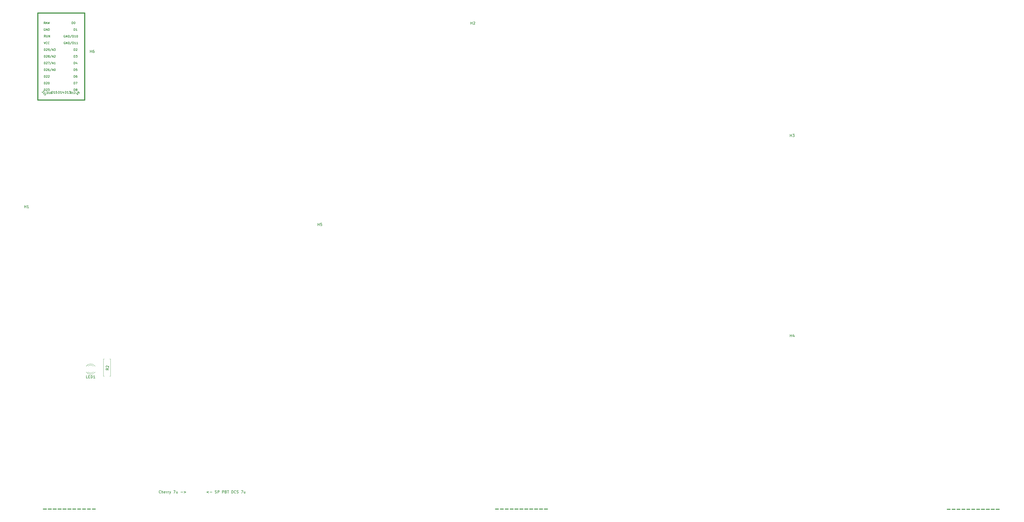
<source format=gbr>
%TF.GenerationSoftware,KiCad,Pcbnew,9.99.0-2510-g416e54f0d5*%
%TF.CreationDate,2026-02-08T14:48:21-05:00*%
%TF.ProjectId,dimension-PCB,64696d65-6e73-4696-9f6e-2d5043422e6b,rev?*%
%TF.SameCoordinates,Original*%
%TF.FileFunction,Legend,Top*%
%TF.FilePolarity,Positive*%
%FSLAX46Y46*%
G04 Gerber Fmt 4.6, Leading zero omitted, Abs format (unit mm)*
G04 Created by KiCad (PCBNEW 9.99.0-2510-g416e54f0d5) date 2026-02-08 14:48:21*
%MOMM*%
%LPD*%
G01*
G04 APERTURE LIST*
%ADD10C,0.300000*%
%ADD11C,0.150000*%
%ADD12C,0.120000*%
%ADD13C,0.381000*%
%ADD14C,1.800000*%
%ADD15C,4.300000*%
%ADD16C,3.987800*%
%ADD17C,3.048000*%
%ADD18C,8.400000*%
%ADD19C,1.750000*%
%ADD20O,1.700000X1.700000*%
%ADD21R,1.700000X1.700000*%
%ADD22O,1.800000X1.800000*%
%ADD23O,1.500000X1.500000*%
%ADD24R,1.800000X1.800000*%
%ADD25C,1.600000*%
%ADD26O,1.600000X1.600000*%
%ADD27R,1.752600X1.752600*%
%ADD28C,1.752600*%
G04 APERTURE END LIST*
D10*
X429065489Y-237949400D02*
X427922632Y-237949400D01*
X427208346Y-237949400D02*
X426065489Y-237949400D01*
X425351203Y-237949400D02*
X424208346Y-237949400D01*
X423494060Y-237949400D02*
X422351203Y-237949400D01*
X421636917Y-237949400D02*
X420494060Y-237949400D01*
X419779774Y-237949400D02*
X418636917Y-237949400D01*
X417922631Y-237949400D02*
X416779774Y-237949400D01*
X416065488Y-237949400D02*
X414922631Y-237949400D01*
X414208345Y-237949400D02*
X413065488Y-237949400D01*
X412351202Y-237949400D02*
X411208345Y-237949400D01*
X410494059Y-237949400D02*
X409351202Y-237949400D01*
X257685489Y-237889400D02*
X256542632Y-237889400D01*
X255828346Y-237889400D02*
X254685489Y-237889400D01*
X253971203Y-237889400D02*
X252828346Y-237889400D01*
X252114060Y-237889400D02*
X250971203Y-237889400D01*
X250256917Y-237889400D02*
X249114060Y-237889400D01*
X248399774Y-237889400D02*
X247256917Y-237889400D01*
X246542631Y-237889400D02*
X245399774Y-237889400D01*
X244685488Y-237889400D02*
X243542631Y-237889400D01*
X242828345Y-237889400D02*
X241685488Y-237889400D01*
X240971202Y-237889400D02*
X239828345Y-237889400D01*
X239114059Y-237889400D02*
X237971202Y-237889400D01*
X86205489Y-237939400D02*
X85062632Y-237939400D01*
X84348346Y-237939400D02*
X83205489Y-237939400D01*
X82491203Y-237939400D02*
X81348346Y-237939400D01*
X80634060Y-237939400D02*
X79491203Y-237939400D01*
X78776917Y-237939400D02*
X77634060Y-237939400D01*
X76919774Y-237939400D02*
X75776917Y-237939400D01*
X75062631Y-237939400D02*
X73919774Y-237939400D01*
X73205488Y-237939400D02*
X72062631Y-237939400D01*
X71348345Y-237939400D02*
X70205488Y-237939400D01*
X69491202Y-237939400D02*
X68348345Y-237939400D01*
X67634059Y-237939400D02*
X66491202Y-237939400D01*
D11*
X129198684Y-231203152D02*
X128436779Y-231488866D01*
X128436779Y-231488866D02*
X129198684Y-231774580D01*
X129674874Y-231488866D02*
X130436779Y-231488866D01*
X131627255Y-231822200D02*
X131770112Y-231869819D01*
X131770112Y-231869819D02*
X132008207Y-231869819D01*
X132008207Y-231869819D02*
X132103445Y-231822200D01*
X132103445Y-231822200D02*
X132151064Y-231774580D01*
X132151064Y-231774580D02*
X132198683Y-231679342D01*
X132198683Y-231679342D02*
X132198683Y-231584104D01*
X132198683Y-231584104D02*
X132151064Y-231488866D01*
X132151064Y-231488866D02*
X132103445Y-231441247D01*
X132103445Y-231441247D02*
X132008207Y-231393628D01*
X132008207Y-231393628D02*
X131817731Y-231346009D01*
X131817731Y-231346009D02*
X131722493Y-231298390D01*
X131722493Y-231298390D02*
X131674874Y-231250771D01*
X131674874Y-231250771D02*
X131627255Y-231155533D01*
X131627255Y-231155533D02*
X131627255Y-231060295D01*
X131627255Y-231060295D02*
X131674874Y-230965057D01*
X131674874Y-230965057D02*
X131722493Y-230917438D01*
X131722493Y-230917438D02*
X131817731Y-230869819D01*
X131817731Y-230869819D02*
X132055826Y-230869819D01*
X132055826Y-230869819D02*
X132198683Y-230917438D01*
X132627255Y-231869819D02*
X132627255Y-230869819D01*
X132627255Y-230869819D02*
X133008207Y-230869819D01*
X133008207Y-230869819D02*
X133103445Y-230917438D01*
X133103445Y-230917438D02*
X133151064Y-230965057D01*
X133151064Y-230965057D02*
X133198683Y-231060295D01*
X133198683Y-231060295D02*
X133198683Y-231203152D01*
X133198683Y-231203152D02*
X133151064Y-231298390D01*
X133151064Y-231298390D02*
X133103445Y-231346009D01*
X133103445Y-231346009D02*
X133008207Y-231393628D01*
X133008207Y-231393628D02*
X132627255Y-231393628D01*
X134389160Y-231869819D02*
X134389160Y-230869819D01*
X134389160Y-230869819D02*
X134770112Y-230869819D01*
X134770112Y-230869819D02*
X134865350Y-230917438D01*
X134865350Y-230917438D02*
X134912969Y-230965057D01*
X134912969Y-230965057D02*
X134960588Y-231060295D01*
X134960588Y-231060295D02*
X134960588Y-231203152D01*
X134960588Y-231203152D02*
X134912969Y-231298390D01*
X134912969Y-231298390D02*
X134865350Y-231346009D01*
X134865350Y-231346009D02*
X134770112Y-231393628D01*
X134770112Y-231393628D02*
X134389160Y-231393628D01*
X135722493Y-231346009D02*
X135865350Y-231393628D01*
X135865350Y-231393628D02*
X135912969Y-231441247D01*
X135912969Y-231441247D02*
X135960588Y-231536485D01*
X135960588Y-231536485D02*
X135960588Y-231679342D01*
X135960588Y-231679342D02*
X135912969Y-231774580D01*
X135912969Y-231774580D02*
X135865350Y-231822200D01*
X135865350Y-231822200D02*
X135770112Y-231869819D01*
X135770112Y-231869819D02*
X135389160Y-231869819D01*
X135389160Y-231869819D02*
X135389160Y-230869819D01*
X135389160Y-230869819D02*
X135722493Y-230869819D01*
X135722493Y-230869819D02*
X135817731Y-230917438D01*
X135817731Y-230917438D02*
X135865350Y-230965057D01*
X135865350Y-230965057D02*
X135912969Y-231060295D01*
X135912969Y-231060295D02*
X135912969Y-231155533D01*
X135912969Y-231155533D02*
X135865350Y-231250771D01*
X135865350Y-231250771D02*
X135817731Y-231298390D01*
X135817731Y-231298390D02*
X135722493Y-231346009D01*
X135722493Y-231346009D02*
X135389160Y-231346009D01*
X136246303Y-230869819D02*
X136817731Y-230869819D01*
X136532017Y-231869819D02*
X136532017Y-230869819D01*
X137912970Y-231869819D02*
X137912970Y-230869819D01*
X137912970Y-230869819D02*
X138151065Y-230869819D01*
X138151065Y-230869819D02*
X138293922Y-230917438D01*
X138293922Y-230917438D02*
X138389160Y-231012676D01*
X138389160Y-231012676D02*
X138436779Y-231107914D01*
X138436779Y-231107914D02*
X138484398Y-231298390D01*
X138484398Y-231298390D02*
X138484398Y-231441247D01*
X138484398Y-231441247D02*
X138436779Y-231631723D01*
X138436779Y-231631723D02*
X138389160Y-231726961D01*
X138389160Y-231726961D02*
X138293922Y-231822200D01*
X138293922Y-231822200D02*
X138151065Y-231869819D01*
X138151065Y-231869819D02*
X137912970Y-231869819D01*
X139484398Y-231774580D02*
X139436779Y-231822200D01*
X139436779Y-231822200D02*
X139293922Y-231869819D01*
X139293922Y-231869819D02*
X139198684Y-231869819D01*
X139198684Y-231869819D02*
X139055827Y-231822200D01*
X139055827Y-231822200D02*
X138960589Y-231726961D01*
X138960589Y-231726961D02*
X138912970Y-231631723D01*
X138912970Y-231631723D02*
X138865351Y-231441247D01*
X138865351Y-231441247D02*
X138865351Y-231298390D01*
X138865351Y-231298390D02*
X138912970Y-231107914D01*
X138912970Y-231107914D02*
X138960589Y-231012676D01*
X138960589Y-231012676D02*
X139055827Y-230917438D01*
X139055827Y-230917438D02*
X139198684Y-230869819D01*
X139198684Y-230869819D02*
X139293922Y-230869819D01*
X139293922Y-230869819D02*
X139436779Y-230917438D01*
X139436779Y-230917438D02*
X139484398Y-230965057D01*
X139865351Y-231822200D02*
X140008208Y-231869819D01*
X140008208Y-231869819D02*
X140246303Y-231869819D01*
X140246303Y-231869819D02*
X140341541Y-231822200D01*
X140341541Y-231822200D02*
X140389160Y-231774580D01*
X140389160Y-231774580D02*
X140436779Y-231679342D01*
X140436779Y-231679342D02*
X140436779Y-231584104D01*
X140436779Y-231584104D02*
X140389160Y-231488866D01*
X140389160Y-231488866D02*
X140341541Y-231441247D01*
X140341541Y-231441247D02*
X140246303Y-231393628D01*
X140246303Y-231393628D02*
X140055827Y-231346009D01*
X140055827Y-231346009D02*
X139960589Y-231298390D01*
X139960589Y-231298390D02*
X139912970Y-231250771D01*
X139912970Y-231250771D02*
X139865351Y-231155533D01*
X139865351Y-231155533D02*
X139865351Y-231060295D01*
X139865351Y-231060295D02*
X139912970Y-230965057D01*
X139912970Y-230965057D02*
X139960589Y-230917438D01*
X139960589Y-230917438D02*
X140055827Y-230869819D01*
X140055827Y-230869819D02*
X140293922Y-230869819D01*
X140293922Y-230869819D02*
X140436779Y-230917438D01*
X141532018Y-230869819D02*
X142198684Y-230869819D01*
X142198684Y-230869819D02*
X141770113Y-231869819D01*
X143008208Y-231203152D02*
X143008208Y-231869819D01*
X142579637Y-231203152D02*
X142579637Y-231726961D01*
X142579637Y-231726961D02*
X142627256Y-231822200D01*
X142627256Y-231822200D02*
X142722494Y-231869819D01*
X142722494Y-231869819D02*
X142865351Y-231869819D01*
X142865351Y-231869819D02*
X142960589Y-231822200D01*
X142960589Y-231822200D02*
X143008208Y-231774580D01*
X111008207Y-231774580D02*
X110960588Y-231822200D01*
X110960588Y-231822200D02*
X110817731Y-231869819D01*
X110817731Y-231869819D02*
X110722493Y-231869819D01*
X110722493Y-231869819D02*
X110579636Y-231822200D01*
X110579636Y-231822200D02*
X110484398Y-231726961D01*
X110484398Y-231726961D02*
X110436779Y-231631723D01*
X110436779Y-231631723D02*
X110389160Y-231441247D01*
X110389160Y-231441247D02*
X110389160Y-231298390D01*
X110389160Y-231298390D02*
X110436779Y-231107914D01*
X110436779Y-231107914D02*
X110484398Y-231012676D01*
X110484398Y-231012676D02*
X110579636Y-230917438D01*
X110579636Y-230917438D02*
X110722493Y-230869819D01*
X110722493Y-230869819D02*
X110817731Y-230869819D01*
X110817731Y-230869819D02*
X110960588Y-230917438D01*
X110960588Y-230917438D02*
X111008207Y-230965057D01*
X111436779Y-231869819D02*
X111436779Y-230869819D01*
X111865350Y-231869819D02*
X111865350Y-231346009D01*
X111865350Y-231346009D02*
X111817731Y-231250771D01*
X111817731Y-231250771D02*
X111722493Y-231203152D01*
X111722493Y-231203152D02*
X111579636Y-231203152D01*
X111579636Y-231203152D02*
X111484398Y-231250771D01*
X111484398Y-231250771D02*
X111436779Y-231298390D01*
X112722493Y-231822200D02*
X112627255Y-231869819D01*
X112627255Y-231869819D02*
X112436779Y-231869819D01*
X112436779Y-231869819D02*
X112341541Y-231822200D01*
X112341541Y-231822200D02*
X112293922Y-231726961D01*
X112293922Y-231726961D02*
X112293922Y-231346009D01*
X112293922Y-231346009D02*
X112341541Y-231250771D01*
X112341541Y-231250771D02*
X112436779Y-231203152D01*
X112436779Y-231203152D02*
X112627255Y-231203152D01*
X112627255Y-231203152D02*
X112722493Y-231250771D01*
X112722493Y-231250771D02*
X112770112Y-231346009D01*
X112770112Y-231346009D02*
X112770112Y-231441247D01*
X112770112Y-231441247D02*
X112293922Y-231536485D01*
X113198684Y-231869819D02*
X113198684Y-231203152D01*
X113198684Y-231393628D02*
X113246303Y-231298390D01*
X113246303Y-231298390D02*
X113293922Y-231250771D01*
X113293922Y-231250771D02*
X113389160Y-231203152D01*
X113389160Y-231203152D02*
X113484398Y-231203152D01*
X113817732Y-231869819D02*
X113817732Y-231203152D01*
X113817732Y-231393628D02*
X113865351Y-231298390D01*
X113865351Y-231298390D02*
X113912970Y-231250771D01*
X113912970Y-231250771D02*
X114008208Y-231203152D01*
X114008208Y-231203152D02*
X114103446Y-231203152D01*
X114341542Y-231203152D02*
X114579637Y-231869819D01*
X114817732Y-231203152D02*
X114579637Y-231869819D01*
X114579637Y-231869819D02*
X114484399Y-232107914D01*
X114484399Y-232107914D02*
X114436780Y-232155533D01*
X114436780Y-232155533D02*
X114341542Y-232203152D01*
X115865352Y-230869819D02*
X116532018Y-230869819D01*
X116532018Y-230869819D02*
X116103447Y-231869819D01*
X117341542Y-231203152D02*
X117341542Y-231869819D01*
X116912971Y-231203152D02*
X116912971Y-231726961D01*
X116912971Y-231726961D02*
X116960590Y-231822200D01*
X116960590Y-231822200D02*
X117055828Y-231869819D01*
X117055828Y-231869819D02*
X117198685Y-231869819D01*
X117198685Y-231869819D02*
X117293923Y-231822200D01*
X117293923Y-231822200D02*
X117341542Y-231774580D01*
X118579638Y-231488866D02*
X119341543Y-231488866D01*
X119817733Y-231203152D02*
X120579638Y-231488866D01*
X120579638Y-231488866D02*
X119817733Y-231774580D01*
X59358095Y-123614819D02*
X59358095Y-122614819D01*
X59358095Y-123091009D02*
X59929523Y-123091009D01*
X59929523Y-123614819D02*
X59929523Y-122614819D01*
X60929523Y-123614819D02*
X60358095Y-123614819D01*
X60643809Y-123614819D02*
X60643809Y-122614819D01*
X60643809Y-122614819D02*
X60548571Y-122757676D01*
X60548571Y-122757676D02*
X60453333Y-122852914D01*
X60453333Y-122852914D02*
X60358095Y-122900533D01*
X228638095Y-53954819D02*
X228638095Y-52954819D01*
X228638095Y-53431009D02*
X229209523Y-53431009D01*
X229209523Y-53954819D02*
X229209523Y-52954819D01*
X229638095Y-53050057D02*
X229685714Y-53002438D01*
X229685714Y-53002438D02*
X229780952Y-52954819D01*
X229780952Y-52954819D02*
X230019047Y-52954819D01*
X230019047Y-52954819D02*
X230114285Y-53002438D01*
X230114285Y-53002438D02*
X230161904Y-53050057D01*
X230161904Y-53050057D02*
X230209523Y-53145295D01*
X230209523Y-53145295D02*
X230209523Y-53240533D01*
X230209523Y-53240533D02*
X230161904Y-53383390D01*
X230161904Y-53383390D02*
X229590476Y-53954819D01*
X229590476Y-53954819D02*
X230209523Y-53954819D01*
X349788095Y-96582319D02*
X349788095Y-95582319D01*
X349788095Y-96058509D02*
X350359523Y-96058509D01*
X350359523Y-96582319D02*
X350359523Y-95582319D01*
X350740476Y-95582319D02*
X351359523Y-95582319D01*
X351359523Y-95582319D02*
X351026190Y-95963271D01*
X351026190Y-95963271D02*
X351169047Y-95963271D01*
X351169047Y-95963271D02*
X351264285Y-96010890D01*
X351264285Y-96010890D02*
X351311904Y-96058509D01*
X351311904Y-96058509D02*
X351359523Y-96153747D01*
X351359523Y-96153747D02*
X351359523Y-96391842D01*
X351359523Y-96391842D02*
X351311904Y-96487080D01*
X351311904Y-96487080D02*
X351264285Y-96534700D01*
X351264285Y-96534700D02*
X351169047Y-96582319D01*
X351169047Y-96582319D02*
X350883333Y-96582319D01*
X350883333Y-96582319D02*
X350788095Y-96534700D01*
X350788095Y-96534700D02*
X350740476Y-96487080D01*
X349788095Y-172582319D02*
X349788095Y-171582319D01*
X349788095Y-172058509D02*
X350359523Y-172058509D01*
X350359523Y-172582319D02*
X350359523Y-171582319D01*
X351264285Y-171915652D02*
X351264285Y-172582319D01*
X351026190Y-171534700D02*
X350788095Y-172248985D01*
X350788095Y-172248985D02*
X351407142Y-172248985D01*
X170588095Y-130369819D02*
X170588095Y-129369819D01*
X170588095Y-129846009D02*
X171159523Y-129846009D01*
X171159523Y-130369819D02*
X171159523Y-129369819D01*
X172111904Y-129369819D02*
X171635714Y-129369819D01*
X171635714Y-129369819D02*
X171588095Y-129846009D01*
X171588095Y-129846009D02*
X171635714Y-129798390D01*
X171635714Y-129798390D02*
X171730952Y-129750771D01*
X171730952Y-129750771D02*
X171969047Y-129750771D01*
X171969047Y-129750771D02*
X172064285Y-129798390D01*
X172064285Y-129798390D02*
X172111904Y-129846009D01*
X172111904Y-129846009D02*
X172159523Y-129941247D01*
X172159523Y-129941247D02*
X172159523Y-130179342D01*
X172159523Y-130179342D02*
X172111904Y-130274580D01*
X172111904Y-130274580D02*
X172064285Y-130322200D01*
X172064285Y-130322200D02*
X171969047Y-130369819D01*
X171969047Y-130369819D02*
X171730952Y-130369819D01*
X171730952Y-130369819D02*
X171635714Y-130322200D01*
X171635714Y-130322200D02*
X171588095Y-130274580D01*
X84238095Y-64704819D02*
X84238095Y-63704819D01*
X84238095Y-64181009D02*
X84809523Y-64181009D01*
X84809523Y-64704819D02*
X84809523Y-63704819D01*
X85714285Y-63704819D02*
X85523809Y-63704819D01*
X85523809Y-63704819D02*
X85428571Y-63752438D01*
X85428571Y-63752438D02*
X85380952Y-63800057D01*
X85380952Y-63800057D02*
X85285714Y-63942914D01*
X85285714Y-63942914D02*
X85238095Y-64133390D01*
X85238095Y-64133390D02*
X85238095Y-64514342D01*
X85238095Y-64514342D02*
X85285714Y-64609580D01*
X85285714Y-64609580D02*
X85333333Y-64657200D01*
X85333333Y-64657200D02*
X85428571Y-64704819D01*
X85428571Y-64704819D02*
X85619047Y-64704819D01*
X85619047Y-64704819D02*
X85714285Y-64657200D01*
X85714285Y-64657200D02*
X85761904Y-64609580D01*
X85761904Y-64609580D02*
X85809523Y-64514342D01*
X85809523Y-64514342D02*
X85809523Y-64276247D01*
X85809523Y-64276247D02*
X85761904Y-64181009D01*
X85761904Y-64181009D02*
X85714285Y-64133390D01*
X85714285Y-64133390D02*
X85619047Y-64085771D01*
X85619047Y-64085771D02*
X85428571Y-64085771D01*
X85428571Y-64085771D02*
X85333333Y-64133390D01*
X85333333Y-64133390D02*
X85285714Y-64181009D01*
X85285714Y-64181009D02*
X85238095Y-64276247D01*
X83310952Y-188194819D02*
X82834762Y-188194819D01*
X82834762Y-188194819D02*
X82834762Y-187194819D01*
X83644286Y-187671009D02*
X83977619Y-187671009D01*
X84120476Y-188194819D02*
X83644286Y-188194819D01*
X83644286Y-188194819D02*
X83644286Y-187194819D01*
X83644286Y-187194819D02*
X84120476Y-187194819D01*
X84549048Y-188194819D02*
X84549048Y-187194819D01*
X84549048Y-187194819D02*
X84787143Y-187194819D01*
X84787143Y-187194819D02*
X84930000Y-187242438D01*
X84930000Y-187242438D02*
X85025238Y-187337676D01*
X85025238Y-187337676D02*
X85072857Y-187432914D01*
X85072857Y-187432914D02*
X85120476Y-187623390D01*
X85120476Y-187623390D02*
X85120476Y-187766247D01*
X85120476Y-187766247D02*
X85072857Y-187956723D01*
X85072857Y-187956723D02*
X85025238Y-188051961D01*
X85025238Y-188051961D02*
X84930000Y-188147200D01*
X84930000Y-188147200D02*
X84787143Y-188194819D01*
X84787143Y-188194819D02*
X84549048Y-188194819D01*
X86072857Y-188194819D02*
X85501429Y-188194819D01*
X85787143Y-188194819D02*
X85787143Y-187194819D01*
X85787143Y-187194819D02*
X85691905Y-187337676D01*
X85691905Y-187337676D02*
X85596667Y-187432914D01*
X85596667Y-187432914D02*
X85501429Y-187480533D01*
X91254819Y-184466666D02*
X90778628Y-184799999D01*
X91254819Y-185038094D02*
X90254819Y-185038094D01*
X90254819Y-185038094D02*
X90254819Y-184657142D01*
X90254819Y-184657142D02*
X90302438Y-184561904D01*
X90302438Y-184561904D02*
X90350057Y-184514285D01*
X90350057Y-184514285D02*
X90445295Y-184466666D01*
X90445295Y-184466666D02*
X90588152Y-184466666D01*
X90588152Y-184466666D02*
X90683390Y-184514285D01*
X90683390Y-184514285D02*
X90731009Y-184561904D01*
X90731009Y-184561904D02*
X90778628Y-184657142D01*
X90778628Y-184657142D02*
X90778628Y-185038094D01*
X90350057Y-184085713D02*
X90302438Y-184038094D01*
X90302438Y-184038094D02*
X90254819Y-183942856D01*
X90254819Y-183942856D02*
X90254819Y-183704761D01*
X90254819Y-183704761D02*
X90302438Y-183609523D01*
X90302438Y-183609523D02*
X90350057Y-183561904D01*
X90350057Y-183561904D02*
X90445295Y-183514285D01*
X90445295Y-183514285D02*
X90540533Y-183514285D01*
X90540533Y-183514285D02*
X90683390Y-183561904D01*
X90683390Y-183561904D02*
X91254819Y-184133332D01*
X91254819Y-184133332D02*
X91254819Y-183514285D01*
X78070524Y-63922295D02*
X78070524Y-63122295D01*
X78070524Y-63122295D02*
X78261000Y-63122295D01*
X78261000Y-63122295D02*
X78375286Y-63160390D01*
X78375286Y-63160390D02*
X78451476Y-63236580D01*
X78451476Y-63236580D02*
X78489571Y-63312771D01*
X78489571Y-63312771D02*
X78527667Y-63465152D01*
X78527667Y-63465152D02*
X78527667Y-63579438D01*
X78527667Y-63579438D02*
X78489571Y-63731819D01*
X78489571Y-63731819D02*
X78451476Y-63808009D01*
X78451476Y-63808009D02*
X78375286Y-63884200D01*
X78375286Y-63884200D02*
X78261000Y-63922295D01*
X78261000Y-63922295D02*
X78070524Y-63922295D01*
X78832428Y-63198485D02*
X78870524Y-63160390D01*
X78870524Y-63160390D02*
X78946714Y-63122295D01*
X78946714Y-63122295D02*
X79137190Y-63122295D01*
X79137190Y-63122295D02*
X79213381Y-63160390D01*
X79213381Y-63160390D02*
X79251476Y-63198485D01*
X79251476Y-63198485D02*
X79289571Y-63274676D01*
X79289571Y-63274676D02*
X79289571Y-63350866D01*
X79289571Y-63350866D02*
X79251476Y-63465152D01*
X79251476Y-63465152D02*
X78794333Y-63922295D01*
X78794333Y-63922295D02*
X79289571Y-63922295D01*
X66767571Y-74082295D02*
X66767571Y-73282295D01*
X66767571Y-73282295D02*
X66958047Y-73282295D01*
X66958047Y-73282295D02*
X67072333Y-73320390D01*
X67072333Y-73320390D02*
X67148523Y-73396580D01*
X67148523Y-73396580D02*
X67186618Y-73472771D01*
X67186618Y-73472771D02*
X67224714Y-73625152D01*
X67224714Y-73625152D02*
X67224714Y-73739438D01*
X67224714Y-73739438D02*
X67186618Y-73891819D01*
X67186618Y-73891819D02*
X67148523Y-73968009D01*
X67148523Y-73968009D02*
X67072333Y-74044200D01*
X67072333Y-74044200D02*
X66958047Y-74082295D01*
X66958047Y-74082295D02*
X66767571Y-74082295D01*
X67529475Y-73358485D02*
X67567571Y-73320390D01*
X67567571Y-73320390D02*
X67643761Y-73282295D01*
X67643761Y-73282295D02*
X67834237Y-73282295D01*
X67834237Y-73282295D02*
X67910428Y-73320390D01*
X67910428Y-73320390D02*
X67948523Y-73358485D01*
X67948523Y-73358485D02*
X67986618Y-73434676D01*
X67986618Y-73434676D02*
X67986618Y-73510866D01*
X67986618Y-73510866D02*
X67948523Y-73625152D01*
X67948523Y-73625152D02*
X67491380Y-74082295D01*
X67491380Y-74082295D02*
X67986618Y-74082295D01*
X68291380Y-73358485D02*
X68329476Y-73320390D01*
X68329476Y-73320390D02*
X68405666Y-73282295D01*
X68405666Y-73282295D02*
X68596142Y-73282295D01*
X68596142Y-73282295D02*
X68672333Y-73320390D01*
X68672333Y-73320390D02*
X68710428Y-73358485D01*
X68710428Y-73358485D02*
X68748523Y-73434676D01*
X68748523Y-73434676D02*
X68748523Y-73510866D01*
X68748523Y-73510866D02*
X68710428Y-73625152D01*
X68710428Y-73625152D02*
X68253285Y-74082295D01*
X68253285Y-74082295D02*
X68748523Y-74082295D01*
X78070524Y-76622295D02*
X78070524Y-75822295D01*
X78070524Y-75822295D02*
X78261000Y-75822295D01*
X78261000Y-75822295D02*
X78375286Y-75860390D01*
X78375286Y-75860390D02*
X78451476Y-75936580D01*
X78451476Y-75936580D02*
X78489571Y-76012771D01*
X78489571Y-76012771D02*
X78527667Y-76165152D01*
X78527667Y-76165152D02*
X78527667Y-76279438D01*
X78527667Y-76279438D02*
X78489571Y-76431819D01*
X78489571Y-76431819D02*
X78451476Y-76508009D01*
X78451476Y-76508009D02*
X78375286Y-76584200D01*
X78375286Y-76584200D02*
X78261000Y-76622295D01*
X78261000Y-76622295D02*
X78070524Y-76622295D01*
X78794333Y-75822295D02*
X79327667Y-75822295D01*
X79327667Y-75822295D02*
X78984809Y-76622295D01*
X66775714Y-71542295D02*
X66775714Y-70742295D01*
X66775714Y-70742295D02*
X66966190Y-70742295D01*
X66966190Y-70742295D02*
X67080476Y-70780390D01*
X67080476Y-70780390D02*
X67156666Y-70856580D01*
X67156666Y-70856580D02*
X67194761Y-70932771D01*
X67194761Y-70932771D02*
X67232857Y-71085152D01*
X67232857Y-71085152D02*
X67232857Y-71199438D01*
X67232857Y-71199438D02*
X67194761Y-71351819D01*
X67194761Y-71351819D02*
X67156666Y-71428009D01*
X67156666Y-71428009D02*
X67080476Y-71504200D01*
X67080476Y-71504200D02*
X66966190Y-71542295D01*
X66966190Y-71542295D02*
X66775714Y-71542295D01*
X67537618Y-70818485D02*
X67575714Y-70780390D01*
X67575714Y-70780390D02*
X67651904Y-70742295D01*
X67651904Y-70742295D02*
X67842380Y-70742295D01*
X67842380Y-70742295D02*
X67918571Y-70780390D01*
X67918571Y-70780390D02*
X67956666Y-70818485D01*
X67956666Y-70818485D02*
X67994761Y-70894676D01*
X67994761Y-70894676D02*
X67994761Y-70970866D01*
X67994761Y-70970866D02*
X67956666Y-71085152D01*
X67956666Y-71085152D02*
X67499523Y-71542295D01*
X67499523Y-71542295D02*
X67994761Y-71542295D01*
X68680476Y-70742295D02*
X68528095Y-70742295D01*
X68528095Y-70742295D02*
X68451904Y-70780390D01*
X68451904Y-70780390D02*
X68413809Y-70818485D01*
X68413809Y-70818485D02*
X68337619Y-70932771D01*
X68337619Y-70932771D02*
X68299523Y-71085152D01*
X68299523Y-71085152D02*
X68299523Y-71389914D01*
X68299523Y-71389914D02*
X68337619Y-71466104D01*
X68337619Y-71466104D02*
X68375714Y-71504200D01*
X68375714Y-71504200D02*
X68451904Y-71542295D01*
X68451904Y-71542295D02*
X68604285Y-71542295D01*
X68604285Y-71542295D02*
X68680476Y-71504200D01*
X68680476Y-71504200D02*
X68718571Y-71466104D01*
X68718571Y-71466104D02*
X68756666Y-71389914D01*
X68756666Y-71389914D02*
X68756666Y-71199438D01*
X68756666Y-71199438D02*
X68718571Y-71123247D01*
X68718571Y-71123247D02*
X68680476Y-71085152D01*
X68680476Y-71085152D02*
X68604285Y-71047057D01*
X68604285Y-71047057D02*
X68451904Y-71047057D01*
X68451904Y-71047057D02*
X68375714Y-71085152D01*
X68375714Y-71085152D02*
X68337619Y-71123247D01*
X68337619Y-71123247D02*
X68299523Y-71199438D01*
X69670952Y-70704200D02*
X68985238Y-71732771D01*
X69899523Y-71313723D02*
X70280476Y-71313723D01*
X69823333Y-71542295D02*
X70090000Y-70742295D01*
X70090000Y-70742295D02*
X70356666Y-71542295D01*
X70775714Y-70742295D02*
X70851904Y-70742295D01*
X70851904Y-70742295D02*
X70928095Y-70780390D01*
X70928095Y-70780390D02*
X70966190Y-70818485D01*
X70966190Y-70818485D02*
X71004285Y-70894676D01*
X71004285Y-70894676D02*
X71042380Y-71047057D01*
X71042380Y-71047057D02*
X71042380Y-71237533D01*
X71042380Y-71237533D02*
X71004285Y-71389914D01*
X71004285Y-71389914D02*
X70966190Y-71466104D01*
X70966190Y-71466104D02*
X70928095Y-71504200D01*
X70928095Y-71504200D02*
X70851904Y-71542295D01*
X70851904Y-71542295D02*
X70775714Y-71542295D01*
X70775714Y-71542295D02*
X70699523Y-71504200D01*
X70699523Y-71504200D02*
X70661428Y-71466104D01*
X70661428Y-71466104D02*
X70623333Y-71389914D01*
X70623333Y-71389914D02*
X70585237Y-71237533D01*
X70585237Y-71237533D02*
X70585237Y-71047057D01*
X70585237Y-71047057D02*
X70623333Y-70894676D01*
X70623333Y-70894676D02*
X70661428Y-70818485D01*
X70661428Y-70818485D02*
X70699523Y-70780390D01*
X70699523Y-70780390D02*
X70775714Y-70742295D01*
X78070524Y-66462295D02*
X78070524Y-65662295D01*
X78070524Y-65662295D02*
X78261000Y-65662295D01*
X78261000Y-65662295D02*
X78375286Y-65700390D01*
X78375286Y-65700390D02*
X78451476Y-65776580D01*
X78451476Y-65776580D02*
X78489571Y-65852771D01*
X78489571Y-65852771D02*
X78527667Y-66005152D01*
X78527667Y-66005152D02*
X78527667Y-66119438D01*
X78527667Y-66119438D02*
X78489571Y-66271819D01*
X78489571Y-66271819D02*
X78451476Y-66348009D01*
X78451476Y-66348009D02*
X78375286Y-66424200D01*
X78375286Y-66424200D02*
X78261000Y-66462295D01*
X78261000Y-66462295D02*
X78070524Y-66462295D01*
X78794333Y-65662295D02*
X79289571Y-65662295D01*
X79289571Y-65662295D02*
X79022905Y-65967057D01*
X79022905Y-65967057D02*
X79137190Y-65967057D01*
X79137190Y-65967057D02*
X79213381Y-66005152D01*
X79213381Y-66005152D02*
X79251476Y-66043247D01*
X79251476Y-66043247D02*
X79289571Y-66119438D01*
X79289571Y-66119438D02*
X79289571Y-66309914D01*
X79289571Y-66309914D02*
X79251476Y-66386104D01*
X79251476Y-66386104D02*
X79213381Y-66424200D01*
X79213381Y-66424200D02*
X79137190Y-66462295D01*
X79137190Y-66462295D02*
X78908619Y-66462295D01*
X78908619Y-66462295D02*
X78832428Y-66424200D01*
X78832428Y-66424200D02*
X78794333Y-66386104D01*
X77309524Y-53762295D02*
X77309524Y-52962295D01*
X77309524Y-52962295D02*
X77500000Y-52962295D01*
X77500000Y-52962295D02*
X77614286Y-53000390D01*
X77614286Y-53000390D02*
X77690476Y-53076580D01*
X77690476Y-53076580D02*
X77728571Y-53152771D01*
X77728571Y-53152771D02*
X77766667Y-53305152D01*
X77766667Y-53305152D02*
X77766667Y-53419438D01*
X77766667Y-53419438D02*
X77728571Y-53571819D01*
X77728571Y-53571819D02*
X77690476Y-53648009D01*
X77690476Y-53648009D02*
X77614286Y-53724200D01*
X77614286Y-53724200D02*
X77500000Y-53762295D01*
X77500000Y-53762295D02*
X77309524Y-53762295D01*
X78261905Y-52962295D02*
X78338095Y-52962295D01*
X78338095Y-52962295D02*
X78414286Y-53000390D01*
X78414286Y-53000390D02*
X78452381Y-53038485D01*
X78452381Y-53038485D02*
X78490476Y-53114676D01*
X78490476Y-53114676D02*
X78528571Y-53267057D01*
X78528571Y-53267057D02*
X78528571Y-53457533D01*
X78528571Y-53457533D02*
X78490476Y-53609914D01*
X78490476Y-53609914D02*
X78452381Y-53686104D01*
X78452381Y-53686104D02*
X78414286Y-53724200D01*
X78414286Y-53724200D02*
X78338095Y-53762295D01*
X78338095Y-53762295D02*
X78261905Y-53762295D01*
X78261905Y-53762295D02*
X78185714Y-53724200D01*
X78185714Y-53724200D02*
X78147619Y-53686104D01*
X78147619Y-53686104D02*
X78109524Y-53609914D01*
X78109524Y-53609914D02*
X78071428Y-53457533D01*
X78071428Y-53457533D02*
X78071428Y-53267057D01*
X78071428Y-53267057D02*
X78109524Y-53114676D01*
X78109524Y-53114676D02*
X78147619Y-53038485D01*
X78147619Y-53038485D02*
X78185714Y-53000390D01*
X78185714Y-53000390D02*
X78261905Y-52962295D01*
X67289524Y-58812295D02*
X67022857Y-58431342D01*
X66832381Y-58812295D02*
X66832381Y-58012295D01*
X66832381Y-58012295D02*
X67137143Y-58012295D01*
X67137143Y-58012295D02*
X67213333Y-58050390D01*
X67213333Y-58050390D02*
X67251428Y-58088485D01*
X67251428Y-58088485D02*
X67289524Y-58164676D01*
X67289524Y-58164676D02*
X67289524Y-58278961D01*
X67289524Y-58278961D02*
X67251428Y-58355152D01*
X67251428Y-58355152D02*
X67213333Y-58393247D01*
X67213333Y-58393247D02*
X67137143Y-58431342D01*
X67137143Y-58431342D02*
X66832381Y-58431342D01*
X67632381Y-58012295D02*
X67632381Y-58659914D01*
X67632381Y-58659914D02*
X67670476Y-58736104D01*
X67670476Y-58736104D02*
X67708571Y-58774200D01*
X67708571Y-58774200D02*
X67784762Y-58812295D01*
X67784762Y-58812295D02*
X67937143Y-58812295D01*
X67937143Y-58812295D02*
X68013333Y-58774200D01*
X68013333Y-58774200D02*
X68051428Y-58736104D01*
X68051428Y-58736104D02*
X68089524Y-58659914D01*
X68089524Y-58659914D02*
X68089524Y-58012295D01*
X68470476Y-58812295D02*
X68470476Y-58012295D01*
X68470476Y-58012295D02*
X68927619Y-58812295D01*
X68927619Y-58812295D02*
X68927619Y-58012295D01*
X78070524Y-79162295D02*
X78070524Y-78362295D01*
X78070524Y-78362295D02*
X78261000Y-78362295D01*
X78261000Y-78362295D02*
X78375286Y-78400390D01*
X78375286Y-78400390D02*
X78451476Y-78476580D01*
X78451476Y-78476580D02*
X78489571Y-78552771D01*
X78489571Y-78552771D02*
X78527667Y-78705152D01*
X78527667Y-78705152D02*
X78527667Y-78819438D01*
X78527667Y-78819438D02*
X78489571Y-78971819D01*
X78489571Y-78971819D02*
X78451476Y-79048009D01*
X78451476Y-79048009D02*
X78375286Y-79124200D01*
X78375286Y-79124200D02*
X78261000Y-79162295D01*
X78261000Y-79162295D02*
X78070524Y-79162295D01*
X78984809Y-78705152D02*
X78908619Y-78667057D01*
X78908619Y-78667057D02*
X78870524Y-78628961D01*
X78870524Y-78628961D02*
X78832428Y-78552771D01*
X78832428Y-78552771D02*
X78832428Y-78514676D01*
X78832428Y-78514676D02*
X78870524Y-78438485D01*
X78870524Y-78438485D02*
X78908619Y-78400390D01*
X78908619Y-78400390D02*
X78984809Y-78362295D01*
X78984809Y-78362295D02*
X79137190Y-78362295D01*
X79137190Y-78362295D02*
X79213381Y-78400390D01*
X79213381Y-78400390D02*
X79251476Y-78438485D01*
X79251476Y-78438485D02*
X79289571Y-78514676D01*
X79289571Y-78514676D02*
X79289571Y-78552771D01*
X79289571Y-78552771D02*
X79251476Y-78628961D01*
X79251476Y-78628961D02*
X79213381Y-78667057D01*
X79213381Y-78667057D02*
X79137190Y-78705152D01*
X79137190Y-78705152D02*
X78984809Y-78705152D01*
X78984809Y-78705152D02*
X78908619Y-78743247D01*
X78908619Y-78743247D02*
X78870524Y-78781342D01*
X78870524Y-78781342D02*
X78832428Y-78857533D01*
X78832428Y-78857533D02*
X78832428Y-79009914D01*
X78832428Y-79009914D02*
X78870524Y-79086104D01*
X78870524Y-79086104D02*
X78908619Y-79124200D01*
X78908619Y-79124200D02*
X78984809Y-79162295D01*
X78984809Y-79162295D02*
X79137190Y-79162295D01*
X79137190Y-79162295D02*
X79213381Y-79124200D01*
X79213381Y-79124200D02*
X79251476Y-79086104D01*
X79251476Y-79086104D02*
X79289571Y-79009914D01*
X79289571Y-79009914D02*
X79289571Y-78857533D01*
X79289571Y-78857533D02*
X79251476Y-78781342D01*
X79251476Y-78781342D02*
X79213381Y-78743247D01*
X79213381Y-78743247D02*
X79137190Y-78705152D01*
X78070524Y-74082295D02*
X78070524Y-73282295D01*
X78070524Y-73282295D02*
X78261000Y-73282295D01*
X78261000Y-73282295D02*
X78375286Y-73320390D01*
X78375286Y-73320390D02*
X78451476Y-73396580D01*
X78451476Y-73396580D02*
X78489571Y-73472771D01*
X78489571Y-73472771D02*
X78527667Y-73625152D01*
X78527667Y-73625152D02*
X78527667Y-73739438D01*
X78527667Y-73739438D02*
X78489571Y-73891819D01*
X78489571Y-73891819D02*
X78451476Y-73968009D01*
X78451476Y-73968009D02*
X78375286Y-74044200D01*
X78375286Y-74044200D02*
X78261000Y-74082295D01*
X78261000Y-74082295D02*
X78070524Y-74082295D01*
X79213381Y-73282295D02*
X79061000Y-73282295D01*
X79061000Y-73282295D02*
X78984809Y-73320390D01*
X78984809Y-73320390D02*
X78946714Y-73358485D01*
X78946714Y-73358485D02*
X78870524Y-73472771D01*
X78870524Y-73472771D02*
X78832428Y-73625152D01*
X78832428Y-73625152D02*
X78832428Y-73929914D01*
X78832428Y-73929914D02*
X78870524Y-74006104D01*
X78870524Y-74006104D02*
X78908619Y-74044200D01*
X78908619Y-74044200D02*
X78984809Y-74082295D01*
X78984809Y-74082295D02*
X79137190Y-74082295D01*
X79137190Y-74082295D02*
X79213381Y-74044200D01*
X79213381Y-74044200D02*
X79251476Y-74006104D01*
X79251476Y-74006104D02*
X79289571Y-73929914D01*
X79289571Y-73929914D02*
X79289571Y-73739438D01*
X79289571Y-73739438D02*
X79251476Y-73663247D01*
X79251476Y-73663247D02*
X79213381Y-73625152D01*
X79213381Y-73625152D02*
X79137190Y-73587057D01*
X79137190Y-73587057D02*
X78984809Y-73587057D01*
X78984809Y-73587057D02*
X78908619Y-73625152D01*
X78908619Y-73625152D02*
X78870524Y-73663247D01*
X78870524Y-73663247D02*
X78832428Y-73739438D01*
X69688571Y-80132295D02*
X69688571Y-79332295D01*
X69688571Y-79332295D02*
X69879047Y-79332295D01*
X69879047Y-79332295D02*
X69993333Y-79370390D01*
X69993333Y-79370390D02*
X70069523Y-79446580D01*
X70069523Y-79446580D02*
X70107618Y-79522771D01*
X70107618Y-79522771D02*
X70145714Y-79675152D01*
X70145714Y-79675152D02*
X70145714Y-79789438D01*
X70145714Y-79789438D02*
X70107618Y-79941819D01*
X70107618Y-79941819D02*
X70069523Y-80018009D01*
X70069523Y-80018009D02*
X69993333Y-80094200D01*
X69993333Y-80094200D02*
X69879047Y-80132295D01*
X69879047Y-80132295D02*
X69688571Y-80132295D01*
X70907618Y-80132295D02*
X70450475Y-80132295D01*
X70679047Y-80132295D02*
X70679047Y-79332295D01*
X70679047Y-79332295D02*
X70602856Y-79446580D01*
X70602856Y-79446580D02*
X70526666Y-79522771D01*
X70526666Y-79522771D02*
X70450475Y-79560866D01*
X71631428Y-79332295D02*
X71250476Y-79332295D01*
X71250476Y-79332295D02*
X71212380Y-79713247D01*
X71212380Y-79713247D02*
X71250476Y-79675152D01*
X71250476Y-79675152D02*
X71326666Y-79637057D01*
X71326666Y-79637057D02*
X71517142Y-79637057D01*
X71517142Y-79637057D02*
X71593333Y-79675152D01*
X71593333Y-79675152D02*
X71631428Y-79713247D01*
X71631428Y-79713247D02*
X71669523Y-79789438D01*
X71669523Y-79789438D02*
X71669523Y-79979914D01*
X71669523Y-79979914D02*
X71631428Y-80056104D01*
X71631428Y-80056104D02*
X71593333Y-80094200D01*
X71593333Y-80094200D02*
X71517142Y-80132295D01*
X71517142Y-80132295D02*
X71326666Y-80132295D01*
X71326666Y-80132295D02*
X71250476Y-80094200D01*
X71250476Y-80094200D02*
X71212380Y-80056104D01*
X66767571Y-79162295D02*
X66767571Y-78362295D01*
X66767571Y-78362295D02*
X66958047Y-78362295D01*
X66958047Y-78362295D02*
X67072333Y-78400390D01*
X67072333Y-78400390D02*
X67148523Y-78476580D01*
X67148523Y-78476580D02*
X67186618Y-78552771D01*
X67186618Y-78552771D02*
X67224714Y-78705152D01*
X67224714Y-78705152D02*
X67224714Y-78819438D01*
X67224714Y-78819438D02*
X67186618Y-78971819D01*
X67186618Y-78971819D02*
X67148523Y-79048009D01*
X67148523Y-79048009D02*
X67072333Y-79124200D01*
X67072333Y-79124200D02*
X66958047Y-79162295D01*
X66958047Y-79162295D02*
X66767571Y-79162295D01*
X67529475Y-78438485D02*
X67567571Y-78400390D01*
X67567571Y-78400390D02*
X67643761Y-78362295D01*
X67643761Y-78362295D02*
X67834237Y-78362295D01*
X67834237Y-78362295D02*
X67910428Y-78400390D01*
X67910428Y-78400390D02*
X67948523Y-78438485D01*
X67948523Y-78438485D02*
X67986618Y-78514676D01*
X67986618Y-78514676D02*
X67986618Y-78590866D01*
X67986618Y-78590866D02*
X67948523Y-78705152D01*
X67948523Y-78705152D02*
X67491380Y-79162295D01*
X67491380Y-79162295D02*
X67986618Y-79162295D01*
X68253285Y-78362295D02*
X68748523Y-78362295D01*
X68748523Y-78362295D02*
X68481857Y-78667057D01*
X68481857Y-78667057D02*
X68596142Y-78667057D01*
X68596142Y-78667057D02*
X68672333Y-78705152D01*
X68672333Y-78705152D02*
X68710428Y-78743247D01*
X68710428Y-78743247D02*
X68748523Y-78819438D01*
X68748523Y-78819438D02*
X68748523Y-79009914D01*
X68748523Y-79009914D02*
X68710428Y-79086104D01*
X68710428Y-79086104D02*
X68672333Y-79124200D01*
X68672333Y-79124200D02*
X68596142Y-79162295D01*
X68596142Y-79162295D02*
X68367571Y-79162295D01*
X68367571Y-79162295D02*
X68291380Y-79124200D01*
X68291380Y-79124200D02*
X68253285Y-79086104D01*
X66785714Y-69012295D02*
X66785714Y-68212295D01*
X66785714Y-68212295D02*
X66976190Y-68212295D01*
X66976190Y-68212295D02*
X67090476Y-68250390D01*
X67090476Y-68250390D02*
X67166666Y-68326580D01*
X67166666Y-68326580D02*
X67204761Y-68402771D01*
X67204761Y-68402771D02*
X67242857Y-68555152D01*
X67242857Y-68555152D02*
X67242857Y-68669438D01*
X67242857Y-68669438D02*
X67204761Y-68821819D01*
X67204761Y-68821819D02*
X67166666Y-68898009D01*
X67166666Y-68898009D02*
X67090476Y-68974200D01*
X67090476Y-68974200D02*
X66976190Y-69012295D01*
X66976190Y-69012295D02*
X66785714Y-69012295D01*
X67547618Y-68288485D02*
X67585714Y-68250390D01*
X67585714Y-68250390D02*
X67661904Y-68212295D01*
X67661904Y-68212295D02*
X67852380Y-68212295D01*
X67852380Y-68212295D02*
X67928571Y-68250390D01*
X67928571Y-68250390D02*
X67966666Y-68288485D01*
X67966666Y-68288485D02*
X68004761Y-68364676D01*
X68004761Y-68364676D02*
X68004761Y-68440866D01*
X68004761Y-68440866D02*
X67966666Y-68555152D01*
X67966666Y-68555152D02*
X67509523Y-69012295D01*
X67509523Y-69012295D02*
X68004761Y-69012295D01*
X68271428Y-68212295D02*
X68804762Y-68212295D01*
X68804762Y-68212295D02*
X68461904Y-69012295D01*
X69680952Y-68174200D02*
X68995238Y-69202771D01*
X69909523Y-68783723D02*
X70290476Y-68783723D01*
X69833333Y-69012295D02*
X70100000Y-68212295D01*
X70100000Y-68212295D02*
X70366666Y-69012295D01*
X71052380Y-69012295D02*
X70595237Y-69012295D01*
X70823809Y-69012295D02*
X70823809Y-68212295D01*
X70823809Y-68212295D02*
X70747618Y-68326580D01*
X70747618Y-68326580D02*
X70671428Y-68402771D01*
X70671428Y-68402771D02*
X70595237Y-68440866D01*
X78070524Y-56302295D02*
X78070524Y-55502295D01*
X78070524Y-55502295D02*
X78261000Y-55502295D01*
X78261000Y-55502295D02*
X78375286Y-55540390D01*
X78375286Y-55540390D02*
X78451476Y-55616580D01*
X78451476Y-55616580D02*
X78489571Y-55692771D01*
X78489571Y-55692771D02*
X78527667Y-55845152D01*
X78527667Y-55845152D02*
X78527667Y-55959438D01*
X78527667Y-55959438D02*
X78489571Y-56111819D01*
X78489571Y-56111819D02*
X78451476Y-56188009D01*
X78451476Y-56188009D02*
X78375286Y-56264200D01*
X78375286Y-56264200D02*
X78261000Y-56302295D01*
X78261000Y-56302295D02*
X78070524Y-56302295D01*
X79289571Y-56302295D02*
X78832428Y-56302295D01*
X79061000Y-56302295D02*
X79061000Y-55502295D01*
X79061000Y-55502295D02*
X78984809Y-55616580D01*
X78984809Y-55616580D02*
X78908619Y-55692771D01*
X78908619Y-55692771D02*
X78832428Y-55730866D01*
X67129476Y-55540390D02*
X67053286Y-55502295D01*
X67053286Y-55502295D02*
X66939000Y-55502295D01*
X66939000Y-55502295D02*
X66824714Y-55540390D01*
X66824714Y-55540390D02*
X66748524Y-55616580D01*
X66748524Y-55616580D02*
X66710429Y-55692771D01*
X66710429Y-55692771D02*
X66672333Y-55845152D01*
X66672333Y-55845152D02*
X66672333Y-55959438D01*
X66672333Y-55959438D02*
X66710429Y-56111819D01*
X66710429Y-56111819D02*
X66748524Y-56188009D01*
X66748524Y-56188009D02*
X66824714Y-56264200D01*
X66824714Y-56264200D02*
X66939000Y-56302295D01*
X66939000Y-56302295D02*
X67015191Y-56302295D01*
X67015191Y-56302295D02*
X67129476Y-56264200D01*
X67129476Y-56264200D02*
X67167572Y-56226104D01*
X67167572Y-56226104D02*
X67167572Y-55959438D01*
X67167572Y-55959438D02*
X67015191Y-55959438D01*
X67510429Y-56302295D02*
X67510429Y-55502295D01*
X67510429Y-55502295D02*
X67967572Y-56302295D01*
X67967572Y-56302295D02*
X67967572Y-55502295D01*
X68348524Y-56302295D02*
X68348524Y-55502295D01*
X68348524Y-55502295D02*
X68539000Y-55502295D01*
X68539000Y-55502295D02*
X68653286Y-55540390D01*
X68653286Y-55540390D02*
X68729476Y-55616580D01*
X68729476Y-55616580D02*
X68767571Y-55692771D01*
X68767571Y-55692771D02*
X68805667Y-55845152D01*
X68805667Y-55845152D02*
X68805667Y-55959438D01*
X68805667Y-55959438D02*
X68767571Y-56111819D01*
X68767571Y-56111819D02*
X68729476Y-56188009D01*
X68729476Y-56188009D02*
X68653286Y-56264200D01*
X68653286Y-56264200D02*
X68539000Y-56302295D01*
X68539000Y-56302295D02*
X68348524Y-56302295D01*
X79458131Y-80658807D02*
X78963156Y-80163832D01*
X78963156Y-80163832D02*
X79081007Y-80045981D01*
X79081007Y-80045981D02*
X79175288Y-79998841D01*
X79175288Y-79998841D02*
X79269569Y-79998841D01*
X79269569Y-79998841D02*
X79340279Y-80022411D01*
X79340279Y-80022411D02*
X79458131Y-80093122D01*
X79458131Y-80093122D02*
X79528841Y-80163832D01*
X79528841Y-80163832D02*
X79599552Y-80281683D01*
X79599552Y-80281683D02*
X79623122Y-80352394D01*
X79623122Y-80352394D02*
X79623122Y-80446675D01*
X79623122Y-80446675D02*
X79575982Y-80540956D01*
X79575982Y-80540956D02*
X79458131Y-80658807D01*
X79976676Y-80140262D02*
X80070956Y-80045981D01*
X80070956Y-80045981D02*
X80094527Y-79975271D01*
X80094527Y-79975271D02*
X80094527Y-79928130D01*
X80094527Y-79928130D02*
X80070956Y-79810279D01*
X80070956Y-79810279D02*
X80000246Y-79692428D01*
X80000246Y-79692428D02*
X79811684Y-79503866D01*
X79811684Y-79503866D02*
X79740973Y-79480296D01*
X79740973Y-79480296D02*
X79693833Y-79480296D01*
X79693833Y-79480296D02*
X79623122Y-79503866D01*
X79623122Y-79503866D02*
X79528841Y-79598147D01*
X79528841Y-79598147D02*
X79505271Y-79668858D01*
X79505271Y-79668858D02*
X79505271Y-79715998D01*
X79505271Y-79715998D02*
X79528841Y-79786709D01*
X79528841Y-79786709D02*
X79646692Y-79904560D01*
X79646692Y-79904560D02*
X79717403Y-79928130D01*
X79717403Y-79928130D02*
X79764543Y-79928130D01*
X79764543Y-79928130D02*
X79835254Y-79904560D01*
X79835254Y-79904560D02*
X79929535Y-79810279D01*
X79929535Y-79810279D02*
X79953105Y-79739568D01*
X79953105Y-79739568D02*
X79953105Y-79692428D01*
X79953105Y-79692428D02*
X79929535Y-79621717D01*
X66785714Y-66462295D02*
X66785714Y-65662295D01*
X66785714Y-65662295D02*
X66976190Y-65662295D01*
X66976190Y-65662295D02*
X67090476Y-65700390D01*
X67090476Y-65700390D02*
X67166666Y-65776580D01*
X67166666Y-65776580D02*
X67204761Y-65852771D01*
X67204761Y-65852771D02*
X67242857Y-66005152D01*
X67242857Y-66005152D02*
X67242857Y-66119438D01*
X67242857Y-66119438D02*
X67204761Y-66271819D01*
X67204761Y-66271819D02*
X67166666Y-66348009D01*
X67166666Y-66348009D02*
X67090476Y-66424200D01*
X67090476Y-66424200D02*
X66976190Y-66462295D01*
X66976190Y-66462295D02*
X66785714Y-66462295D01*
X67547618Y-65738485D02*
X67585714Y-65700390D01*
X67585714Y-65700390D02*
X67661904Y-65662295D01*
X67661904Y-65662295D02*
X67852380Y-65662295D01*
X67852380Y-65662295D02*
X67928571Y-65700390D01*
X67928571Y-65700390D02*
X67966666Y-65738485D01*
X67966666Y-65738485D02*
X68004761Y-65814676D01*
X68004761Y-65814676D02*
X68004761Y-65890866D01*
X68004761Y-65890866D02*
X67966666Y-66005152D01*
X67966666Y-66005152D02*
X67509523Y-66462295D01*
X67509523Y-66462295D02*
X68004761Y-66462295D01*
X68461904Y-66005152D02*
X68385714Y-65967057D01*
X68385714Y-65967057D02*
X68347619Y-65928961D01*
X68347619Y-65928961D02*
X68309523Y-65852771D01*
X68309523Y-65852771D02*
X68309523Y-65814676D01*
X68309523Y-65814676D02*
X68347619Y-65738485D01*
X68347619Y-65738485D02*
X68385714Y-65700390D01*
X68385714Y-65700390D02*
X68461904Y-65662295D01*
X68461904Y-65662295D02*
X68614285Y-65662295D01*
X68614285Y-65662295D02*
X68690476Y-65700390D01*
X68690476Y-65700390D02*
X68728571Y-65738485D01*
X68728571Y-65738485D02*
X68766666Y-65814676D01*
X68766666Y-65814676D02*
X68766666Y-65852771D01*
X68766666Y-65852771D02*
X68728571Y-65928961D01*
X68728571Y-65928961D02*
X68690476Y-65967057D01*
X68690476Y-65967057D02*
X68614285Y-66005152D01*
X68614285Y-66005152D02*
X68461904Y-66005152D01*
X68461904Y-66005152D02*
X68385714Y-66043247D01*
X68385714Y-66043247D02*
X68347619Y-66081342D01*
X68347619Y-66081342D02*
X68309523Y-66157533D01*
X68309523Y-66157533D02*
X68309523Y-66309914D01*
X68309523Y-66309914D02*
X68347619Y-66386104D01*
X68347619Y-66386104D02*
X68385714Y-66424200D01*
X68385714Y-66424200D02*
X68461904Y-66462295D01*
X68461904Y-66462295D02*
X68614285Y-66462295D01*
X68614285Y-66462295D02*
X68690476Y-66424200D01*
X68690476Y-66424200D02*
X68728571Y-66386104D01*
X68728571Y-66386104D02*
X68766666Y-66309914D01*
X68766666Y-66309914D02*
X68766666Y-66157533D01*
X68766666Y-66157533D02*
X68728571Y-66081342D01*
X68728571Y-66081342D02*
X68690476Y-66043247D01*
X68690476Y-66043247D02*
X68614285Y-66005152D01*
X69680952Y-65624200D02*
X68995238Y-66652771D01*
X69909523Y-66233723D02*
X70290476Y-66233723D01*
X69833333Y-66462295D02*
X70100000Y-65662295D01*
X70100000Y-65662295D02*
X70366666Y-66462295D01*
X70595237Y-65738485D02*
X70633333Y-65700390D01*
X70633333Y-65700390D02*
X70709523Y-65662295D01*
X70709523Y-65662295D02*
X70899999Y-65662295D01*
X70899999Y-65662295D02*
X70976190Y-65700390D01*
X70976190Y-65700390D02*
X71014285Y-65738485D01*
X71014285Y-65738485D02*
X71052380Y-65814676D01*
X71052380Y-65814676D02*
X71052380Y-65890866D01*
X71052380Y-65890866D02*
X71014285Y-66005152D01*
X71014285Y-66005152D02*
X70557142Y-66462295D01*
X70557142Y-66462295D02*
X71052380Y-66462295D01*
X78070524Y-69002295D02*
X78070524Y-68202295D01*
X78070524Y-68202295D02*
X78261000Y-68202295D01*
X78261000Y-68202295D02*
X78375286Y-68240390D01*
X78375286Y-68240390D02*
X78451476Y-68316580D01*
X78451476Y-68316580D02*
X78489571Y-68392771D01*
X78489571Y-68392771D02*
X78527667Y-68545152D01*
X78527667Y-68545152D02*
X78527667Y-68659438D01*
X78527667Y-68659438D02*
X78489571Y-68811819D01*
X78489571Y-68811819D02*
X78451476Y-68888009D01*
X78451476Y-68888009D02*
X78375286Y-68964200D01*
X78375286Y-68964200D02*
X78261000Y-69002295D01*
X78261000Y-69002295D02*
X78070524Y-69002295D01*
X79213381Y-68468961D02*
X79213381Y-69002295D01*
X79022905Y-68164200D02*
X78832428Y-68735628D01*
X78832428Y-68735628D02*
X79327667Y-68735628D01*
X66672333Y-60582295D02*
X66939000Y-61382295D01*
X66939000Y-61382295D02*
X67205666Y-60582295D01*
X67929476Y-61306104D02*
X67891380Y-61344200D01*
X67891380Y-61344200D02*
X67777095Y-61382295D01*
X67777095Y-61382295D02*
X67700904Y-61382295D01*
X67700904Y-61382295D02*
X67586618Y-61344200D01*
X67586618Y-61344200D02*
X67510428Y-61268009D01*
X67510428Y-61268009D02*
X67472333Y-61191819D01*
X67472333Y-61191819D02*
X67434237Y-61039438D01*
X67434237Y-61039438D02*
X67434237Y-60925152D01*
X67434237Y-60925152D02*
X67472333Y-60772771D01*
X67472333Y-60772771D02*
X67510428Y-60696580D01*
X67510428Y-60696580D02*
X67586618Y-60620390D01*
X67586618Y-60620390D02*
X67700904Y-60582295D01*
X67700904Y-60582295D02*
X67777095Y-60582295D01*
X67777095Y-60582295D02*
X67891380Y-60620390D01*
X67891380Y-60620390D02*
X67929476Y-60658485D01*
X68729476Y-61306104D02*
X68691380Y-61344200D01*
X68691380Y-61344200D02*
X68577095Y-61382295D01*
X68577095Y-61382295D02*
X68500904Y-61382295D01*
X68500904Y-61382295D02*
X68386618Y-61344200D01*
X68386618Y-61344200D02*
X68310428Y-61268009D01*
X68310428Y-61268009D02*
X68272333Y-61191819D01*
X68272333Y-61191819D02*
X68234237Y-61039438D01*
X68234237Y-61039438D02*
X68234237Y-60925152D01*
X68234237Y-60925152D02*
X68272333Y-60772771D01*
X68272333Y-60772771D02*
X68310428Y-60696580D01*
X68310428Y-60696580D02*
X68386618Y-60620390D01*
X68386618Y-60620390D02*
X68500904Y-60582295D01*
X68500904Y-60582295D02*
X68577095Y-60582295D01*
X68577095Y-60582295D02*
X68691380Y-60620390D01*
X68691380Y-60620390D02*
X68729476Y-60658485D01*
X67849999Y-80286033D02*
X67849999Y-79586033D01*
X67849999Y-79586033D02*
X68016666Y-79586033D01*
X68016666Y-79586033D02*
X68116666Y-79619366D01*
X68116666Y-79619366D02*
X68183333Y-79686033D01*
X68183333Y-79686033D02*
X68216666Y-79752700D01*
X68216666Y-79752700D02*
X68249999Y-79886033D01*
X68249999Y-79886033D02*
X68249999Y-79986033D01*
X68249999Y-79986033D02*
X68216666Y-80119366D01*
X68216666Y-80119366D02*
X68183333Y-80186033D01*
X68183333Y-80186033D02*
X68116666Y-80252700D01*
X68116666Y-80252700D02*
X68016666Y-80286033D01*
X68016666Y-80286033D02*
X67849999Y-80286033D01*
X68916666Y-80286033D02*
X68516666Y-80286033D01*
X68716666Y-80286033D02*
X68716666Y-79586033D01*
X68716666Y-79586033D02*
X68649999Y-79686033D01*
X68649999Y-79686033D02*
X68583333Y-79752700D01*
X68583333Y-79752700D02*
X68516666Y-79786033D01*
X69516666Y-79586033D02*
X69383333Y-79586033D01*
X69383333Y-79586033D02*
X69316666Y-79619366D01*
X69316666Y-79619366D02*
X69283333Y-79652700D01*
X69283333Y-79652700D02*
X69216666Y-79752700D01*
X69216666Y-79752700D02*
X69183333Y-79886033D01*
X69183333Y-79886033D02*
X69183333Y-80152700D01*
X69183333Y-80152700D02*
X69216666Y-80219366D01*
X69216666Y-80219366D02*
X69250000Y-80252700D01*
X69250000Y-80252700D02*
X69316666Y-80286033D01*
X69316666Y-80286033D02*
X69450000Y-80286033D01*
X69450000Y-80286033D02*
X69516666Y-80252700D01*
X69516666Y-80252700D02*
X69550000Y-80219366D01*
X69550000Y-80219366D02*
X69583333Y-80152700D01*
X69583333Y-80152700D02*
X69583333Y-79986033D01*
X69583333Y-79986033D02*
X69550000Y-79919366D01*
X69550000Y-79919366D02*
X69516666Y-79886033D01*
X69516666Y-79886033D02*
X69450000Y-79852700D01*
X69450000Y-79852700D02*
X69316666Y-79852700D01*
X69316666Y-79852700D02*
X69250000Y-79886033D01*
X69250000Y-79886033D02*
X69216666Y-79919366D01*
X69216666Y-79919366D02*
X69183333Y-79986033D01*
X72228571Y-80132295D02*
X72228571Y-79332295D01*
X72228571Y-79332295D02*
X72419047Y-79332295D01*
X72419047Y-79332295D02*
X72533333Y-79370390D01*
X72533333Y-79370390D02*
X72609523Y-79446580D01*
X72609523Y-79446580D02*
X72647618Y-79522771D01*
X72647618Y-79522771D02*
X72685714Y-79675152D01*
X72685714Y-79675152D02*
X72685714Y-79789438D01*
X72685714Y-79789438D02*
X72647618Y-79941819D01*
X72647618Y-79941819D02*
X72609523Y-80018009D01*
X72609523Y-80018009D02*
X72533333Y-80094200D01*
X72533333Y-80094200D02*
X72419047Y-80132295D01*
X72419047Y-80132295D02*
X72228571Y-80132295D01*
X73447618Y-80132295D02*
X72990475Y-80132295D01*
X73219047Y-80132295D02*
X73219047Y-79332295D01*
X73219047Y-79332295D02*
X73142856Y-79446580D01*
X73142856Y-79446580D02*
X73066666Y-79522771D01*
X73066666Y-79522771D02*
X72990475Y-79560866D01*
X74133333Y-79598961D02*
X74133333Y-80132295D01*
X73942857Y-79294200D02*
X73752380Y-79865628D01*
X73752380Y-79865628D02*
X74247619Y-79865628D01*
X78070524Y-71542295D02*
X78070524Y-70742295D01*
X78070524Y-70742295D02*
X78261000Y-70742295D01*
X78261000Y-70742295D02*
X78375286Y-70780390D01*
X78375286Y-70780390D02*
X78451476Y-70856580D01*
X78451476Y-70856580D02*
X78489571Y-70932771D01*
X78489571Y-70932771D02*
X78527667Y-71085152D01*
X78527667Y-71085152D02*
X78527667Y-71199438D01*
X78527667Y-71199438D02*
X78489571Y-71351819D01*
X78489571Y-71351819D02*
X78451476Y-71428009D01*
X78451476Y-71428009D02*
X78375286Y-71504200D01*
X78375286Y-71504200D02*
X78261000Y-71542295D01*
X78261000Y-71542295D02*
X78070524Y-71542295D01*
X79251476Y-70742295D02*
X78870524Y-70742295D01*
X78870524Y-70742295D02*
X78832428Y-71123247D01*
X78832428Y-71123247D02*
X78870524Y-71085152D01*
X78870524Y-71085152D02*
X78946714Y-71047057D01*
X78946714Y-71047057D02*
X79137190Y-71047057D01*
X79137190Y-71047057D02*
X79213381Y-71085152D01*
X79213381Y-71085152D02*
X79251476Y-71123247D01*
X79251476Y-71123247D02*
X79289571Y-71199438D01*
X79289571Y-71199438D02*
X79289571Y-71389914D01*
X79289571Y-71389914D02*
X79251476Y-71466104D01*
X79251476Y-71466104D02*
X79213381Y-71504200D01*
X79213381Y-71504200D02*
X79137190Y-71542295D01*
X79137190Y-71542295D02*
X78946714Y-71542295D01*
X78946714Y-71542295D02*
X78870524Y-71504200D01*
X78870524Y-71504200D02*
X78832428Y-71466104D01*
X67186619Y-53762295D02*
X66919952Y-53381342D01*
X66729476Y-53762295D02*
X66729476Y-52962295D01*
X66729476Y-52962295D02*
X67034238Y-52962295D01*
X67034238Y-52962295D02*
X67110428Y-53000390D01*
X67110428Y-53000390D02*
X67148523Y-53038485D01*
X67148523Y-53038485D02*
X67186619Y-53114676D01*
X67186619Y-53114676D02*
X67186619Y-53228961D01*
X67186619Y-53228961D02*
X67148523Y-53305152D01*
X67148523Y-53305152D02*
X67110428Y-53343247D01*
X67110428Y-53343247D02*
X67034238Y-53381342D01*
X67034238Y-53381342D02*
X66729476Y-53381342D01*
X67491380Y-53533723D02*
X67872333Y-53533723D01*
X67415190Y-53762295D02*
X67681857Y-52962295D01*
X67681857Y-52962295D02*
X67948523Y-53762295D01*
X68138999Y-52962295D02*
X68329475Y-53762295D01*
X68329475Y-53762295D02*
X68481856Y-53190866D01*
X68481856Y-53190866D02*
X68634237Y-53762295D01*
X68634237Y-53762295D02*
X68824714Y-52962295D01*
X74719523Y-60630390D02*
X74643333Y-60592295D01*
X74643333Y-60592295D02*
X74529047Y-60592295D01*
X74529047Y-60592295D02*
X74414761Y-60630390D01*
X74414761Y-60630390D02*
X74338571Y-60706580D01*
X74338571Y-60706580D02*
X74300476Y-60782771D01*
X74300476Y-60782771D02*
X74262380Y-60935152D01*
X74262380Y-60935152D02*
X74262380Y-61049438D01*
X74262380Y-61049438D02*
X74300476Y-61201819D01*
X74300476Y-61201819D02*
X74338571Y-61278009D01*
X74338571Y-61278009D02*
X74414761Y-61354200D01*
X74414761Y-61354200D02*
X74529047Y-61392295D01*
X74529047Y-61392295D02*
X74605238Y-61392295D01*
X74605238Y-61392295D02*
X74719523Y-61354200D01*
X74719523Y-61354200D02*
X74757619Y-61316104D01*
X74757619Y-61316104D02*
X74757619Y-61049438D01*
X74757619Y-61049438D02*
X74605238Y-61049438D01*
X75100476Y-61392295D02*
X75100476Y-60592295D01*
X75100476Y-60592295D02*
X75557619Y-61392295D01*
X75557619Y-61392295D02*
X75557619Y-60592295D01*
X75938571Y-61392295D02*
X75938571Y-60592295D01*
X75938571Y-60592295D02*
X76129047Y-60592295D01*
X76129047Y-60592295D02*
X76243333Y-60630390D01*
X76243333Y-60630390D02*
X76319523Y-60706580D01*
X76319523Y-60706580D02*
X76357618Y-60782771D01*
X76357618Y-60782771D02*
X76395714Y-60935152D01*
X76395714Y-60935152D02*
X76395714Y-61049438D01*
X76395714Y-61049438D02*
X76357618Y-61201819D01*
X76357618Y-61201819D02*
X76319523Y-61278009D01*
X76319523Y-61278009D02*
X76243333Y-61354200D01*
X76243333Y-61354200D02*
X76129047Y-61392295D01*
X76129047Y-61392295D02*
X75938571Y-61392295D01*
X77309999Y-60554200D02*
X76624285Y-61582771D01*
X77576666Y-61392295D02*
X77576666Y-60592295D01*
X77576666Y-60592295D02*
X77767142Y-60592295D01*
X77767142Y-60592295D02*
X77881428Y-60630390D01*
X77881428Y-60630390D02*
X77957618Y-60706580D01*
X77957618Y-60706580D02*
X77995713Y-60782771D01*
X77995713Y-60782771D02*
X78033809Y-60935152D01*
X78033809Y-60935152D02*
X78033809Y-61049438D01*
X78033809Y-61049438D02*
X77995713Y-61201819D01*
X77995713Y-61201819D02*
X77957618Y-61278009D01*
X77957618Y-61278009D02*
X77881428Y-61354200D01*
X77881428Y-61354200D02*
X77767142Y-61392295D01*
X77767142Y-61392295D02*
X77576666Y-61392295D01*
X78795713Y-61392295D02*
X78338570Y-61392295D01*
X78567142Y-61392295D02*
X78567142Y-60592295D01*
X78567142Y-60592295D02*
X78490951Y-60706580D01*
X78490951Y-60706580D02*
X78414761Y-60782771D01*
X78414761Y-60782771D02*
X78338570Y-60820866D01*
X79557618Y-61392295D02*
X79100475Y-61392295D01*
X79329047Y-61392295D02*
X79329047Y-60592295D01*
X79329047Y-60592295D02*
X79252856Y-60706580D01*
X79252856Y-60706580D02*
X79176666Y-60782771D01*
X79176666Y-60782771D02*
X79100475Y-60820866D01*
X66767571Y-76622295D02*
X66767571Y-75822295D01*
X66767571Y-75822295D02*
X66958047Y-75822295D01*
X66958047Y-75822295D02*
X67072333Y-75860390D01*
X67072333Y-75860390D02*
X67148523Y-75936580D01*
X67148523Y-75936580D02*
X67186618Y-76012771D01*
X67186618Y-76012771D02*
X67224714Y-76165152D01*
X67224714Y-76165152D02*
X67224714Y-76279438D01*
X67224714Y-76279438D02*
X67186618Y-76431819D01*
X67186618Y-76431819D02*
X67148523Y-76508009D01*
X67148523Y-76508009D02*
X67072333Y-76584200D01*
X67072333Y-76584200D02*
X66958047Y-76622295D01*
X66958047Y-76622295D02*
X66767571Y-76622295D01*
X67529475Y-75898485D02*
X67567571Y-75860390D01*
X67567571Y-75860390D02*
X67643761Y-75822295D01*
X67643761Y-75822295D02*
X67834237Y-75822295D01*
X67834237Y-75822295D02*
X67910428Y-75860390D01*
X67910428Y-75860390D02*
X67948523Y-75898485D01*
X67948523Y-75898485D02*
X67986618Y-75974676D01*
X67986618Y-75974676D02*
X67986618Y-76050866D01*
X67986618Y-76050866D02*
X67948523Y-76165152D01*
X67948523Y-76165152D02*
X67491380Y-76622295D01*
X67491380Y-76622295D02*
X67986618Y-76622295D01*
X68481857Y-75822295D02*
X68558047Y-75822295D01*
X68558047Y-75822295D02*
X68634238Y-75860390D01*
X68634238Y-75860390D02*
X68672333Y-75898485D01*
X68672333Y-75898485D02*
X68710428Y-75974676D01*
X68710428Y-75974676D02*
X68748523Y-76127057D01*
X68748523Y-76127057D02*
X68748523Y-76317533D01*
X68748523Y-76317533D02*
X68710428Y-76469914D01*
X68710428Y-76469914D02*
X68672333Y-76546104D01*
X68672333Y-76546104D02*
X68634238Y-76584200D01*
X68634238Y-76584200D02*
X68558047Y-76622295D01*
X68558047Y-76622295D02*
X68481857Y-76622295D01*
X68481857Y-76622295D02*
X68405666Y-76584200D01*
X68405666Y-76584200D02*
X68367571Y-76546104D01*
X68367571Y-76546104D02*
X68329476Y-76469914D01*
X68329476Y-76469914D02*
X68291380Y-76317533D01*
X68291380Y-76317533D02*
X68291380Y-76127057D01*
X68291380Y-76127057D02*
X68329476Y-75974676D01*
X68329476Y-75974676D02*
X68367571Y-75898485D01*
X68367571Y-75898485D02*
X68405666Y-75860390D01*
X68405666Y-75860390D02*
X68481857Y-75822295D01*
X65975489Y-79692428D02*
X66470464Y-79197453D01*
X66470464Y-79197453D02*
X66588315Y-79315304D01*
X66588315Y-79315304D02*
X66635456Y-79409585D01*
X66635456Y-79409585D02*
X66635456Y-79503866D01*
X66635456Y-79503866D02*
X66611885Y-79574577D01*
X66611885Y-79574577D02*
X66541175Y-79692428D01*
X66541175Y-79692428D02*
X66470464Y-79763138D01*
X66470464Y-79763138D02*
X66352613Y-79833849D01*
X66352613Y-79833849D02*
X66281902Y-79857419D01*
X66281902Y-79857419D02*
X66187621Y-79857419D01*
X66187621Y-79857419D02*
X66093340Y-79810279D01*
X66093340Y-79810279D02*
X65975489Y-79692428D01*
X66894728Y-79715998D02*
X66941868Y-79715998D01*
X66941868Y-79715998D02*
X67012579Y-79739568D01*
X67012579Y-79739568D02*
X67130430Y-79857419D01*
X67130430Y-79857419D02*
X67154000Y-79928130D01*
X67154000Y-79928130D02*
X67154000Y-79975271D01*
X67154000Y-79975271D02*
X67130430Y-80045981D01*
X67130430Y-80045981D02*
X67083290Y-80093122D01*
X67083290Y-80093122D02*
X66989009Y-80140262D01*
X66989009Y-80140262D02*
X66423323Y-80140262D01*
X66423323Y-80140262D02*
X66729736Y-80446675D01*
X67201141Y-80918080D02*
X66918298Y-80635237D01*
X67059720Y-80776658D02*
X67554695Y-80281684D01*
X67554695Y-80281684D02*
X67436843Y-80305254D01*
X67436843Y-80305254D02*
X67342563Y-80305254D01*
X67342563Y-80305254D02*
X67271852Y-80281684D01*
X76849999Y-80286033D02*
X76849999Y-79586033D01*
X76849999Y-79586033D02*
X77016666Y-79586033D01*
X77016666Y-79586033D02*
X77116666Y-79619366D01*
X77116666Y-79619366D02*
X77183333Y-79686033D01*
X77183333Y-79686033D02*
X77216666Y-79752700D01*
X77216666Y-79752700D02*
X77249999Y-79886033D01*
X77249999Y-79886033D02*
X77249999Y-79986033D01*
X77249999Y-79986033D02*
X77216666Y-80119366D01*
X77216666Y-80119366D02*
X77183333Y-80186033D01*
X77183333Y-80186033D02*
X77116666Y-80252700D01*
X77116666Y-80252700D02*
X77016666Y-80286033D01*
X77016666Y-80286033D02*
X76849999Y-80286033D01*
X77916666Y-80286033D02*
X77516666Y-80286033D01*
X77716666Y-80286033D02*
X77716666Y-79586033D01*
X77716666Y-79586033D02*
X77649999Y-79686033D01*
X77649999Y-79686033D02*
X77583333Y-79752700D01*
X77583333Y-79752700D02*
X77516666Y-79786033D01*
X78183333Y-79652700D02*
X78216666Y-79619366D01*
X78216666Y-79619366D02*
X78283333Y-79586033D01*
X78283333Y-79586033D02*
X78450000Y-79586033D01*
X78450000Y-79586033D02*
X78516666Y-79619366D01*
X78516666Y-79619366D02*
X78550000Y-79652700D01*
X78550000Y-79652700D02*
X78583333Y-79719366D01*
X78583333Y-79719366D02*
X78583333Y-79786033D01*
X78583333Y-79786033D02*
X78550000Y-79886033D01*
X78550000Y-79886033D02*
X78150000Y-80286033D01*
X78150000Y-80286033D02*
X78583333Y-80286033D01*
X74768571Y-80132295D02*
X74768571Y-79332295D01*
X74768571Y-79332295D02*
X74959047Y-79332295D01*
X74959047Y-79332295D02*
X75073333Y-79370390D01*
X75073333Y-79370390D02*
X75149523Y-79446580D01*
X75149523Y-79446580D02*
X75187618Y-79522771D01*
X75187618Y-79522771D02*
X75225714Y-79675152D01*
X75225714Y-79675152D02*
X75225714Y-79789438D01*
X75225714Y-79789438D02*
X75187618Y-79941819D01*
X75187618Y-79941819D02*
X75149523Y-80018009D01*
X75149523Y-80018009D02*
X75073333Y-80094200D01*
X75073333Y-80094200D02*
X74959047Y-80132295D01*
X74959047Y-80132295D02*
X74768571Y-80132295D01*
X75987618Y-80132295D02*
X75530475Y-80132295D01*
X75759047Y-80132295D02*
X75759047Y-79332295D01*
X75759047Y-79332295D02*
X75682856Y-79446580D01*
X75682856Y-79446580D02*
X75606666Y-79522771D01*
X75606666Y-79522771D02*
X75530475Y-79560866D01*
X76254285Y-79332295D02*
X76749523Y-79332295D01*
X76749523Y-79332295D02*
X76482857Y-79637057D01*
X76482857Y-79637057D02*
X76597142Y-79637057D01*
X76597142Y-79637057D02*
X76673333Y-79675152D01*
X76673333Y-79675152D02*
X76711428Y-79713247D01*
X76711428Y-79713247D02*
X76749523Y-79789438D01*
X76749523Y-79789438D02*
X76749523Y-79979914D01*
X76749523Y-79979914D02*
X76711428Y-80056104D01*
X76711428Y-80056104D02*
X76673333Y-80094200D01*
X76673333Y-80094200D02*
X76597142Y-80132295D01*
X76597142Y-80132295D02*
X76368571Y-80132295D01*
X76368571Y-80132295D02*
X76292380Y-80094200D01*
X76292380Y-80094200D02*
X76254285Y-80056104D01*
X66785714Y-63922295D02*
X66785714Y-63122295D01*
X66785714Y-63122295D02*
X66976190Y-63122295D01*
X66976190Y-63122295D02*
X67090476Y-63160390D01*
X67090476Y-63160390D02*
X67166666Y-63236580D01*
X67166666Y-63236580D02*
X67204761Y-63312771D01*
X67204761Y-63312771D02*
X67242857Y-63465152D01*
X67242857Y-63465152D02*
X67242857Y-63579438D01*
X67242857Y-63579438D02*
X67204761Y-63731819D01*
X67204761Y-63731819D02*
X67166666Y-63808009D01*
X67166666Y-63808009D02*
X67090476Y-63884200D01*
X67090476Y-63884200D02*
X66976190Y-63922295D01*
X66976190Y-63922295D02*
X66785714Y-63922295D01*
X67547618Y-63198485D02*
X67585714Y-63160390D01*
X67585714Y-63160390D02*
X67661904Y-63122295D01*
X67661904Y-63122295D02*
X67852380Y-63122295D01*
X67852380Y-63122295D02*
X67928571Y-63160390D01*
X67928571Y-63160390D02*
X67966666Y-63198485D01*
X67966666Y-63198485D02*
X68004761Y-63274676D01*
X68004761Y-63274676D02*
X68004761Y-63350866D01*
X68004761Y-63350866D02*
X67966666Y-63465152D01*
X67966666Y-63465152D02*
X67509523Y-63922295D01*
X67509523Y-63922295D02*
X68004761Y-63922295D01*
X68385714Y-63922295D02*
X68538095Y-63922295D01*
X68538095Y-63922295D02*
X68614285Y-63884200D01*
X68614285Y-63884200D02*
X68652381Y-63846104D01*
X68652381Y-63846104D02*
X68728571Y-63731819D01*
X68728571Y-63731819D02*
X68766666Y-63579438D01*
X68766666Y-63579438D02*
X68766666Y-63274676D01*
X68766666Y-63274676D02*
X68728571Y-63198485D01*
X68728571Y-63198485D02*
X68690476Y-63160390D01*
X68690476Y-63160390D02*
X68614285Y-63122295D01*
X68614285Y-63122295D02*
X68461904Y-63122295D01*
X68461904Y-63122295D02*
X68385714Y-63160390D01*
X68385714Y-63160390D02*
X68347619Y-63198485D01*
X68347619Y-63198485D02*
X68309523Y-63274676D01*
X68309523Y-63274676D02*
X68309523Y-63465152D01*
X68309523Y-63465152D02*
X68347619Y-63541342D01*
X68347619Y-63541342D02*
X68385714Y-63579438D01*
X68385714Y-63579438D02*
X68461904Y-63617533D01*
X68461904Y-63617533D02*
X68614285Y-63617533D01*
X68614285Y-63617533D02*
X68690476Y-63579438D01*
X68690476Y-63579438D02*
X68728571Y-63541342D01*
X68728571Y-63541342D02*
X68766666Y-63465152D01*
X69680952Y-63084200D02*
X68995238Y-64112771D01*
X69909523Y-63693723D02*
X70290476Y-63693723D01*
X69833333Y-63922295D02*
X70100000Y-63122295D01*
X70100000Y-63122295D02*
X70366666Y-63922295D01*
X70557142Y-63122295D02*
X71052380Y-63122295D01*
X71052380Y-63122295D02*
X70785714Y-63427057D01*
X70785714Y-63427057D02*
X70899999Y-63427057D01*
X70899999Y-63427057D02*
X70976190Y-63465152D01*
X70976190Y-63465152D02*
X71014285Y-63503247D01*
X71014285Y-63503247D02*
X71052380Y-63579438D01*
X71052380Y-63579438D02*
X71052380Y-63769914D01*
X71052380Y-63769914D02*
X71014285Y-63846104D01*
X71014285Y-63846104D02*
X70976190Y-63884200D01*
X70976190Y-63884200D02*
X70899999Y-63922295D01*
X70899999Y-63922295D02*
X70671428Y-63922295D01*
X70671428Y-63922295D02*
X70595237Y-63884200D01*
X70595237Y-63884200D02*
X70557142Y-63846104D01*
X74689523Y-58090390D02*
X74613333Y-58052295D01*
X74613333Y-58052295D02*
X74499047Y-58052295D01*
X74499047Y-58052295D02*
X74384761Y-58090390D01*
X74384761Y-58090390D02*
X74308571Y-58166580D01*
X74308571Y-58166580D02*
X74270476Y-58242771D01*
X74270476Y-58242771D02*
X74232380Y-58395152D01*
X74232380Y-58395152D02*
X74232380Y-58509438D01*
X74232380Y-58509438D02*
X74270476Y-58661819D01*
X74270476Y-58661819D02*
X74308571Y-58738009D01*
X74308571Y-58738009D02*
X74384761Y-58814200D01*
X74384761Y-58814200D02*
X74499047Y-58852295D01*
X74499047Y-58852295D02*
X74575238Y-58852295D01*
X74575238Y-58852295D02*
X74689523Y-58814200D01*
X74689523Y-58814200D02*
X74727619Y-58776104D01*
X74727619Y-58776104D02*
X74727619Y-58509438D01*
X74727619Y-58509438D02*
X74575238Y-58509438D01*
X75070476Y-58852295D02*
X75070476Y-58052295D01*
X75070476Y-58052295D02*
X75527619Y-58852295D01*
X75527619Y-58852295D02*
X75527619Y-58052295D01*
X75908571Y-58852295D02*
X75908571Y-58052295D01*
X75908571Y-58052295D02*
X76099047Y-58052295D01*
X76099047Y-58052295D02*
X76213333Y-58090390D01*
X76213333Y-58090390D02*
X76289523Y-58166580D01*
X76289523Y-58166580D02*
X76327618Y-58242771D01*
X76327618Y-58242771D02*
X76365714Y-58395152D01*
X76365714Y-58395152D02*
X76365714Y-58509438D01*
X76365714Y-58509438D02*
X76327618Y-58661819D01*
X76327618Y-58661819D02*
X76289523Y-58738009D01*
X76289523Y-58738009D02*
X76213333Y-58814200D01*
X76213333Y-58814200D02*
X76099047Y-58852295D01*
X76099047Y-58852295D02*
X75908571Y-58852295D01*
X77279999Y-58014200D02*
X76594285Y-59042771D01*
X77546666Y-58852295D02*
X77546666Y-58052295D01*
X77546666Y-58052295D02*
X77737142Y-58052295D01*
X77737142Y-58052295D02*
X77851428Y-58090390D01*
X77851428Y-58090390D02*
X77927618Y-58166580D01*
X77927618Y-58166580D02*
X77965713Y-58242771D01*
X77965713Y-58242771D02*
X78003809Y-58395152D01*
X78003809Y-58395152D02*
X78003809Y-58509438D01*
X78003809Y-58509438D02*
X77965713Y-58661819D01*
X77965713Y-58661819D02*
X77927618Y-58738009D01*
X77927618Y-58738009D02*
X77851428Y-58814200D01*
X77851428Y-58814200D02*
X77737142Y-58852295D01*
X77737142Y-58852295D02*
X77546666Y-58852295D01*
X78765713Y-58852295D02*
X78308570Y-58852295D01*
X78537142Y-58852295D02*
X78537142Y-58052295D01*
X78537142Y-58052295D02*
X78460951Y-58166580D01*
X78460951Y-58166580D02*
X78384761Y-58242771D01*
X78384761Y-58242771D02*
X78308570Y-58280866D01*
X79260952Y-58052295D02*
X79337142Y-58052295D01*
X79337142Y-58052295D02*
X79413333Y-58090390D01*
X79413333Y-58090390D02*
X79451428Y-58128485D01*
X79451428Y-58128485D02*
X79489523Y-58204676D01*
X79489523Y-58204676D02*
X79527618Y-58357057D01*
X79527618Y-58357057D02*
X79527618Y-58547533D01*
X79527618Y-58547533D02*
X79489523Y-58699914D01*
X79489523Y-58699914D02*
X79451428Y-58776104D01*
X79451428Y-58776104D02*
X79413333Y-58814200D01*
X79413333Y-58814200D02*
X79337142Y-58852295D01*
X79337142Y-58852295D02*
X79260952Y-58852295D01*
X79260952Y-58852295D02*
X79184761Y-58814200D01*
X79184761Y-58814200D02*
X79146666Y-58776104D01*
X79146666Y-58776104D02*
X79108571Y-58699914D01*
X79108571Y-58699914D02*
X79070475Y-58547533D01*
X79070475Y-58547533D02*
X79070475Y-58357057D01*
X79070475Y-58357057D02*
X79108571Y-58204676D01*
X79108571Y-58204676D02*
X79146666Y-58128485D01*
X79146666Y-58128485D02*
X79184761Y-58090390D01*
X79184761Y-58090390D02*
X79260952Y-58052295D01*
%TO.C,LED1*%
D12*
X85990000Y-183700000D02*
X85990000Y-183544000D01*
X85990000Y-186016000D02*
X85990000Y-185860000D01*
X82757665Y-183701392D02*
G75*
G02*
X85990000Y-183544484I1672335J-1078608D01*
G01*
X83388870Y-183700163D02*
G75*
G02*
X85470961Y-183700000I1041130J-1079837D01*
G01*
X85470961Y-185860000D02*
G75*
G02*
X83388870Y-185859837I-1040961J1080000D01*
G01*
X85990000Y-186015516D02*
G75*
G02*
X82757665Y-185858608I-1560000J1235516D01*
G01*
%TO.C,R2*%
X89230000Y-180940000D02*
X89560000Y-180940000D01*
X89230000Y-187480000D02*
X89230000Y-180940000D01*
X89560000Y-187480000D02*
X89230000Y-187480000D01*
X91640000Y-187480000D02*
X91970000Y-187480000D01*
X91970000Y-180940000D02*
X91640000Y-180940000D01*
X91970000Y-187480000D02*
X91970000Y-180940000D01*
%TO.C,U2*%
D13*
X64310000Y-49590000D02*
X64310000Y-82610000D01*
X64310000Y-82610000D02*
X82090000Y-82610000D01*
X82090000Y-49590000D02*
X64310000Y-49590000D01*
X82090000Y-82610000D02*
X82090000Y-49590000D01*
%TD*%
%LPC*%
D14*
%TO.C,D87*%
X333680000Y-235122000D03*
X333680000Y-226232000D03*
%TD*%
D15*
%TO.C,H20*%
X329962500Y-230747500D03*
%TD*%
%TO.C,H19*%
X79012500Y-222880000D03*
%TD*%
D14*
%TO.C,D118*%
X397970000Y-230717000D03*
X397970000Y-221827000D03*
%TD*%
D15*
%TO.C,H18*%
X413580000Y-222880000D03*
%TD*%
D14*
%TO.C,D66*%
X254160000Y-211667000D03*
X254160000Y-202777000D03*
%TD*%
D15*
%TO.C,H17*%
X250462500Y-203830000D03*
%TD*%
D14*
%TO.C,D31*%
X149390000Y-192617000D03*
X149390000Y-183727000D03*
%TD*%
D15*
%TO.C,H16*%
X145687500Y-184780000D03*
%TD*%
%TO.C,H15*%
X432630000Y-165730000D03*
%TD*%
%TO.C,H14*%
X336187500Y-165730000D03*
%TD*%
D16*
%TO.C,BSPCSTAB1*%
X335531250Y-154935000D03*
D17*
X335531250Y-139695000D03*
D16*
X311718750Y-154935000D03*
D17*
X311718750Y-139695000D03*
%TD*%
D16*
%TO.C,ENTSTAB1*%
X333150000Y-193035000D03*
D17*
X333150000Y-177795000D03*
D16*
X309337500Y-193035000D03*
D17*
X309337500Y-177795000D03*
%TD*%
D18*
%TO.C,H1*%
X60120000Y-132510000D03*
%TD*%
D15*
%TO.C,H2*%
X225860000Y-53480000D03*
%TD*%
%TO.C,H3*%
X350550000Y-99317500D03*
%TD*%
%TO.C,H4*%
X350550000Y-175317500D03*
%TD*%
%TO.C,H5*%
X171350000Y-133105000D03*
%TD*%
%TO.C,H6*%
X85000000Y-67440000D03*
%TD*%
%TO.C,H7*%
X188550000Y-99055000D03*
%TD*%
%TO.C,H8*%
X340950000Y-99055000D03*
%TD*%
%TO.C,H9*%
X432630000Y-99055000D03*
%TD*%
%TO.C,H10*%
X74250000Y-118105000D03*
%TD*%
%TO.C,H11*%
X150450000Y-118105000D03*
%TD*%
%TO.C,H12*%
X245700000Y-146680000D03*
%TD*%
%TO.C,H13*%
X79012500Y-165730000D03*
%TD*%
D16*
%TO.C,LSHFTSTAB1*%
X90262500Y-212085000D03*
D17*
X90262500Y-196845000D03*
D16*
X66450000Y-212085000D03*
D17*
X66450000Y-196845000D03*
%TD*%
D19*
%TO.C,MX1*%
X90580000Y-99055000D03*
D16*
X85500000Y-99055000D03*
D19*
X80420000Y-99055000D03*
%TD*%
%TO.C,MX2*%
X71530000Y-99055000D03*
D16*
X66450000Y-99055000D03*
D19*
X61370000Y-99055000D03*
%TD*%
%TO.C,MX3*%
X71530000Y-118105000D03*
D16*
X66450000Y-118105000D03*
D19*
X61370000Y-118105000D03*
%TD*%
%TO.C,MX4*%
X90580000Y-118105000D03*
D16*
X85500000Y-118105000D03*
D19*
X80420000Y-118105000D03*
%TD*%
%TO.C,MX5*%
X90580000Y-146680000D03*
D16*
X85500000Y-146680000D03*
D19*
X80420000Y-146680000D03*
%TD*%
%TO.C,MX6*%
X71530000Y-146680000D03*
D16*
X66450000Y-146680000D03*
D19*
X61370000Y-146680000D03*
%TD*%
%TO.C,MX7*%
X100105000Y-165730000D03*
D16*
X95025000Y-165730000D03*
D19*
X89945000Y-165730000D03*
%TD*%
%TO.C,MX8*%
X76292500Y-165730000D03*
D16*
X71212500Y-165730000D03*
D19*
X66132500Y-165730000D03*
%TD*%
%TO.C,MX9*%
X73911250Y-184780000D03*
D16*
X68831250Y-184780000D03*
D19*
X63751250Y-184780000D03*
%TD*%
%TO.C,MX10*%
X83436250Y-203830000D03*
D16*
X78356250Y-203830000D03*
D19*
X73276250Y-203830000D03*
%TD*%
%TO.C,MX11*%
X76292500Y-222880000D03*
D16*
X71212500Y-222880000D03*
D19*
X66132500Y-222880000D03*
%TD*%
%TO.C,MX12*%
X109630000Y-99055000D03*
D16*
X104550000Y-99055000D03*
D19*
X99470000Y-99055000D03*
%TD*%
%TO.C,MX13*%
X128680000Y-99055000D03*
D16*
X123600000Y-99055000D03*
D19*
X118520000Y-99055000D03*
%TD*%
%TO.C,MX14*%
X128680000Y-118105000D03*
D16*
X123600000Y-118105000D03*
D19*
X118520000Y-118105000D03*
%TD*%
%TO.C,MX15*%
X109630000Y-118105000D03*
D16*
X104550000Y-118105000D03*
D19*
X99470000Y-118105000D03*
%TD*%
%TO.C,MX16*%
X109630000Y-146680000D03*
D16*
X104550000Y-146680000D03*
D19*
X99470000Y-146680000D03*
%TD*%
%TO.C,MX17*%
X128680000Y-146680000D03*
D16*
X123600000Y-146680000D03*
D19*
X118520000Y-146680000D03*
%TD*%
%TO.C,MX18*%
X119155000Y-165730000D03*
D16*
X114075000Y-165730000D03*
D19*
X108995000Y-165730000D03*
%TD*%
%TO.C,MX19*%
X123917500Y-184780000D03*
D16*
X118837500Y-184780000D03*
D19*
X113757500Y-184780000D03*
%TD*%
%TO.C,MX20*%
X104867500Y-184780000D03*
D16*
X99787500Y-184780000D03*
D19*
X94707500Y-184780000D03*
%TD*%
%TO.C,MX21*%
X114392500Y-203830000D03*
D16*
X109312500Y-203830000D03*
D19*
X104232500Y-203830000D03*
%TD*%
%TO.C,MX22*%
X104867500Y-222880000D03*
D16*
X99787500Y-222880000D03*
D19*
X94707500Y-222880000D03*
%TD*%
%TO.C,MX23*%
X166780000Y-99055000D03*
D16*
X161700000Y-99055000D03*
D19*
X156620000Y-99055000D03*
%TD*%
%TO.C,MX24*%
X147730000Y-99055000D03*
D16*
X142650000Y-99055000D03*
D19*
X137570000Y-99055000D03*
%TD*%
%TO.C,MX25*%
X147730000Y-118105000D03*
D16*
X142650000Y-118105000D03*
D19*
X137570000Y-118105000D03*
%TD*%
%TO.C,MX26*%
X166780000Y-118105000D03*
D16*
X161700000Y-118105000D03*
D19*
X156620000Y-118105000D03*
%TD*%
%TO.C,MX27*%
X147730000Y-146680000D03*
D16*
X142650000Y-146680000D03*
D19*
X137570000Y-146680000D03*
%TD*%
%TO.C,MX28*%
X157255000Y-165730000D03*
D16*
X152175000Y-165730000D03*
D19*
X147095000Y-165730000D03*
%TD*%
%TO.C,MX29*%
X138205000Y-165730000D03*
D16*
X133125000Y-165730000D03*
D19*
X128045000Y-165730000D03*
%TD*%
%TO.C,MX30*%
X162017500Y-184780000D03*
D16*
X156937500Y-184780000D03*
D19*
X151857500Y-184780000D03*
%TD*%
%TO.C,MX31*%
X142967500Y-184780000D03*
D16*
X137887500Y-184780000D03*
D19*
X132807500Y-184780000D03*
%TD*%
%TO.C,MX32*%
X152492500Y-203830000D03*
D16*
X147412500Y-203830000D03*
D19*
X142332500Y-203830000D03*
%TD*%
%TO.C,MX33*%
X133442500Y-203830000D03*
D16*
X128362500Y-203830000D03*
D19*
X123282500Y-203830000D03*
%TD*%
%TO.C,MX34*%
X185830000Y-99055000D03*
D16*
X180750000Y-99055000D03*
D19*
X175670000Y-99055000D03*
%TD*%
%TO.C,MX35*%
X185830000Y-118105000D03*
D16*
X180750000Y-118105000D03*
D19*
X175670000Y-118105000D03*
%TD*%
%TO.C,MX36*%
X185830000Y-146680000D03*
D16*
X180750000Y-146680000D03*
D19*
X175670000Y-146680000D03*
%TD*%
%TO.C,MX37*%
X166780000Y-146680000D03*
D16*
X161700000Y-146680000D03*
D19*
X156620000Y-146680000D03*
%TD*%
%TO.C,MX38*%
X195355000Y-165730000D03*
D16*
X190275000Y-165730000D03*
D19*
X185195000Y-165730000D03*
%TD*%
%TO.C,MX39*%
X176305000Y-165730000D03*
D16*
X171225000Y-165730000D03*
D19*
X166145000Y-165730000D03*
%TD*%
%TO.C,MX40*%
X200117500Y-184780000D03*
D16*
X195037500Y-184780000D03*
D19*
X189957500Y-184780000D03*
%TD*%
%TO.C,MX41*%
X181067500Y-184780000D03*
D16*
X175987500Y-184780000D03*
D19*
X170907500Y-184780000D03*
%TD*%
%TO.C,MX42*%
X190592500Y-203830000D03*
D16*
X185512500Y-203830000D03*
D19*
X180432500Y-203830000D03*
%TD*%
%TO.C,MX43*%
X171542500Y-203830000D03*
D16*
X166462500Y-203830000D03*
D19*
X161382500Y-203830000D03*
%TD*%
%TO.C,MX44*%
X185830000Y-222880000D03*
D16*
X180750000Y-222880000D03*
D19*
X175670000Y-222880000D03*
%TD*%
%TO.C,MX45*%
X223930000Y-99055000D03*
D16*
X218850000Y-99055000D03*
D19*
X213770000Y-99055000D03*
%TD*%
%TO.C,MX46*%
X204880000Y-99055000D03*
D16*
X199800000Y-99055000D03*
D19*
X194720000Y-99055000D03*
%TD*%
%TO.C,MX47*%
X223930000Y-118105000D03*
D16*
X218850000Y-118105000D03*
D19*
X213770000Y-118105000D03*
%TD*%
%TO.C,MX48*%
X204880000Y-118105000D03*
D16*
X199800000Y-118105000D03*
D19*
X194720000Y-118105000D03*
%TD*%
%TO.C,MX49*%
X223930000Y-146680000D03*
D16*
X218850000Y-146680000D03*
D19*
X213770000Y-146680000D03*
%TD*%
%TO.C,MX50*%
X204880000Y-146680000D03*
D16*
X199800000Y-146680000D03*
D19*
X194720000Y-146680000D03*
%TD*%
%TO.C,MX51*%
X233455000Y-165730000D03*
D16*
X228375000Y-165730000D03*
D19*
X223295000Y-165730000D03*
%TD*%
%TO.C,MX52*%
X214405000Y-165730000D03*
D16*
X209325000Y-165730000D03*
D19*
X204245000Y-165730000D03*
%TD*%
%TO.C,MX53*%
X219167500Y-184780000D03*
D16*
X214087500Y-184780000D03*
D19*
X209007500Y-184780000D03*
%TD*%
%TO.C,MX54*%
X228692500Y-203830000D03*
D16*
X223612500Y-203830000D03*
D19*
X218532500Y-203830000D03*
%TD*%
%TO.C,MX55*%
X209642500Y-203830000D03*
D16*
X204562500Y-203830000D03*
D19*
X199482500Y-203830000D03*
%TD*%
%TO.C,MX56*%
X262030000Y-99055000D03*
D16*
X256950000Y-99055000D03*
D19*
X251870000Y-99055000D03*
%TD*%
%TO.C,MX57*%
X242980000Y-99055000D03*
D16*
X237900000Y-99055000D03*
D19*
X232820000Y-99055000D03*
%TD*%
%TO.C,MX58*%
X262030000Y-118105000D03*
D16*
X256950000Y-118105000D03*
D19*
X251870000Y-118105000D03*
%TD*%
%TO.C,MX59*%
X242980000Y-118105000D03*
D16*
X237900000Y-118105000D03*
D19*
X232820000Y-118105000D03*
%TD*%
%TO.C,MX60*%
X262030000Y-146680000D03*
D16*
X256950000Y-146680000D03*
D19*
X251870000Y-146680000D03*
%TD*%
%TO.C,MX61*%
X242980000Y-146680000D03*
D16*
X237900000Y-146680000D03*
D19*
X232820000Y-146680000D03*
%TD*%
%TO.C,MX62*%
X252505000Y-165730000D03*
D16*
X247425000Y-165730000D03*
D19*
X242345000Y-165730000D03*
%TD*%
%TO.C,MX63*%
X257267500Y-184780000D03*
D16*
X252187500Y-184780000D03*
D19*
X247107500Y-184780000D03*
%TD*%
%TO.C,MX64*%
X238217500Y-184780000D03*
D16*
X233137500Y-184780000D03*
D19*
X228057500Y-184780000D03*
%TD*%
%TO.C,MX65*%
X266792500Y-203830000D03*
D16*
X261712500Y-203830000D03*
D19*
X256632500Y-203830000D03*
%TD*%
%TO.C,MX66*%
X247742500Y-203830000D03*
D16*
X242662500Y-203830000D03*
D19*
X237582500Y-203830000D03*
%TD*%
%TO.C,MX67*%
X281080000Y-99055000D03*
D16*
X276000000Y-99055000D03*
D19*
X270920000Y-99055000D03*
%TD*%
%TO.C,MX68*%
X281080000Y-118105000D03*
D16*
X276000000Y-118105000D03*
D19*
X270920000Y-118105000D03*
%TD*%
%TO.C,MX69*%
X300130000Y-146680000D03*
D16*
X295050000Y-146680000D03*
D19*
X289970000Y-146680000D03*
%TD*%
%TO.C,MX70*%
X281080000Y-146680000D03*
D16*
X276000000Y-146680000D03*
D19*
X270920000Y-146680000D03*
%TD*%
%TO.C,MX71*%
X290605000Y-165730000D03*
D16*
X285525000Y-165730000D03*
D19*
X280445000Y-165730000D03*
%TD*%
%TO.C,MX72*%
X271555000Y-165730000D03*
D16*
X266475000Y-165730000D03*
D19*
X261395000Y-165730000D03*
%TD*%
%TO.C,MX73*%
X295367500Y-184780000D03*
D16*
X290287500Y-184780000D03*
D19*
X285207500Y-184780000D03*
%TD*%
%TO.C,MX74*%
X276317500Y-184780000D03*
D16*
X271237500Y-184780000D03*
D19*
X266157500Y-184780000D03*
%TD*%
%TO.C,MX75*%
X285842500Y-203830000D03*
D16*
X280762500Y-203830000D03*
D19*
X275682500Y-203830000D03*
%TD*%
%TO.C,MX76*%
X295367500Y-222880000D03*
D16*
X290287500Y-222880000D03*
D19*
X285207500Y-222880000D03*
%TD*%
%TO.C,MX77*%
X266792500Y-222880000D03*
D16*
X261712500Y-222880000D03*
D19*
X256632500Y-222880000D03*
%TD*%
%TO.C,MX78*%
X319180000Y-99055000D03*
D16*
X314100000Y-99055000D03*
D19*
X309020000Y-99055000D03*
%TD*%
%TO.C,MX79*%
X300130000Y-99055000D03*
D16*
X295050000Y-99055000D03*
D19*
X289970000Y-99055000D03*
%TD*%
%TO.C,MX80*%
X319180000Y-118105000D03*
D16*
X314100000Y-118105000D03*
D19*
X309020000Y-118105000D03*
%TD*%
%TO.C,MX81*%
X300130000Y-118105000D03*
D16*
X295050000Y-118105000D03*
D19*
X289970000Y-118105000D03*
%TD*%
%TO.C,MX82*%
X328705000Y-146680000D03*
D16*
X323625000Y-146680000D03*
D19*
X318545000Y-146680000D03*
%TD*%
%TO.C,MX83*%
X333467500Y-165730000D03*
D16*
X328387500Y-165730000D03*
D19*
X323307500Y-165730000D03*
%TD*%
%TO.C,MX84*%
X309655000Y-165730000D03*
D16*
X304575000Y-165730000D03*
D19*
X299495000Y-165730000D03*
%TD*%
%TO.C,MX85*%
X326323750Y-184780000D03*
D16*
X321243750Y-184780000D03*
D19*
X316163750Y-184780000D03*
%TD*%
%TO.C,MX86*%
X312036250Y-203830000D03*
D16*
X306956250Y-203830000D03*
D19*
X301876250Y-203830000D03*
%TD*%
%TO.C,MX87*%
X327242500Y-230747500D03*
D16*
X322162500Y-230747500D03*
D19*
X317082500Y-230747500D03*
%TD*%
%TO.C,MX88*%
X346292500Y-230747500D03*
D16*
X341212500Y-230747500D03*
D19*
X336132500Y-230747500D03*
%TD*%
%TO.C,MX89*%
X372760000Y-70480000D03*
D16*
X367680000Y-70480000D03*
D19*
X362600000Y-70480000D03*
%TD*%
%TO.C,MX90*%
X372760000Y-99055000D03*
D16*
X367680000Y-99055000D03*
D19*
X362600000Y-99055000D03*
%TD*%
%TO.C,MX91*%
X338230000Y-99055000D03*
D16*
X333150000Y-99055000D03*
D19*
X328070000Y-99055000D03*
%TD*%
%TO.C,MX92*%
X372760000Y-118105000D03*
D16*
X367680000Y-118105000D03*
D19*
X362600000Y-118105000D03*
%TD*%
%TO.C,MX93*%
X338230000Y-118105000D03*
D16*
X333150000Y-118105000D03*
D19*
X328070000Y-118105000D03*
%TD*%
%TO.C,MX94*%
X372760000Y-146680000D03*
D16*
X367680000Y-146680000D03*
D19*
X362600000Y-146680000D03*
%TD*%
%TO.C,MX95*%
X372760000Y-165730000D03*
D16*
X367680000Y-165730000D03*
D19*
X362600000Y-165730000D03*
%TD*%
%TO.C,MX96*%
X372760000Y-184780000D03*
D16*
X367680000Y-184780000D03*
D19*
X362600000Y-184780000D03*
%TD*%
%TO.C,MX97*%
X372760000Y-203830000D03*
D16*
X367680000Y-203830000D03*
D19*
X362600000Y-203830000D03*
%TD*%
%TO.C,MX98*%
X346292500Y-211697500D03*
D16*
X341212500Y-211697500D03*
D19*
X336132500Y-211697500D03*
%TD*%
%TO.C,MX99*%
X365342500Y-230747500D03*
D16*
X360262500Y-230747500D03*
D19*
X355182500Y-230747500D03*
%TD*%
%TO.C,MX100*%
X391810000Y-70480000D03*
D16*
X386730000Y-70480000D03*
D19*
X381650000Y-70480000D03*
%TD*%
%TO.C,MX101*%
X391810000Y-99055000D03*
D16*
X386730000Y-99055000D03*
D19*
X381650000Y-99055000D03*
%TD*%
%TO.C,MX102*%
X391810000Y-118105000D03*
D16*
X386730000Y-118105000D03*
D19*
X381650000Y-118105000D03*
%TD*%
%TO.C,MX103*%
X391810000Y-146680000D03*
D16*
X386730000Y-146680000D03*
D19*
X381650000Y-146680000D03*
%TD*%
%TO.C,MX104*%
X391810000Y-165730000D03*
D16*
X386730000Y-165730000D03*
D19*
X381650000Y-165730000D03*
%TD*%
%TO.C,MX105*%
X391810000Y-184780000D03*
D16*
X386730000Y-184780000D03*
D19*
X381650000Y-184780000D03*
%TD*%
%TO.C,MX106*%
X391810000Y-203830000D03*
D16*
X386730000Y-203830000D03*
D19*
X381650000Y-203830000D03*
%TD*%
%TO.C,MX107*%
X391810000Y-222880000D03*
D16*
X386730000Y-222880000D03*
D19*
X381650000Y-222880000D03*
%TD*%
%TO.C,MX111*%
X410860000Y-70480000D03*
D16*
X405780000Y-70480000D03*
D19*
X400700000Y-70480000D03*
%TD*%
%TO.C,MX112*%
X410860000Y-99055000D03*
D16*
X405780000Y-99055000D03*
D19*
X400700000Y-99055000D03*
%TD*%
%TO.C,MX113*%
X410860000Y-118105000D03*
D16*
X405780000Y-118105000D03*
D19*
X400700000Y-118105000D03*
%TD*%
%TO.C,MX114*%
X410860000Y-146680000D03*
D16*
X405780000Y-146680000D03*
D19*
X400700000Y-146680000D03*
%TD*%
%TO.C,MX115*%
X410860000Y-165730000D03*
D16*
X405780000Y-165730000D03*
D19*
X400700000Y-165730000D03*
%TD*%
%TO.C,MX116*%
X410860000Y-184780000D03*
D16*
X405780000Y-184780000D03*
D19*
X400700000Y-184780000D03*
%TD*%
%TO.C,MX117*%
X410860000Y-203830000D03*
D16*
X405780000Y-203830000D03*
D19*
X400700000Y-203830000D03*
%TD*%
%TO.C,MX118*%
X410860000Y-222880000D03*
D16*
X405780000Y-222880000D03*
D19*
X400700000Y-222880000D03*
%TD*%
%TO.C,MX122*%
X429910000Y-70480000D03*
D16*
X424830000Y-70480000D03*
D19*
X419750000Y-70480000D03*
%TD*%
%TO.C,MX123*%
X429910000Y-99055000D03*
D16*
X424830000Y-99055000D03*
D19*
X419750000Y-99055000D03*
%TD*%
%TO.C,MX124*%
X429910000Y-118105000D03*
D16*
X424830000Y-118105000D03*
D19*
X419750000Y-118105000D03*
%TD*%
%TO.C,MX125*%
X429910000Y-146680000D03*
D16*
X424830000Y-146680000D03*
D19*
X419750000Y-146680000D03*
%TD*%
%TO.C,MX126*%
X429910000Y-165730000D03*
D16*
X424830000Y-165730000D03*
D19*
X419750000Y-165730000D03*
%TD*%
%TO.C,MX127*%
X429910000Y-184780000D03*
D16*
X424830000Y-184780000D03*
D19*
X419750000Y-184780000D03*
%TD*%
%TO.C,MX128*%
X429910000Y-213355000D03*
D16*
X424830000Y-213355000D03*
D19*
X419750000Y-213355000D03*
%TD*%
D16*
%TO.C,NUMENTSTAB1*%
X433085000Y-201448750D03*
D17*
X417845000Y-201448750D03*
D16*
X433085000Y-225261250D03*
D17*
X417845000Y-225261250D03*
%TD*%
D16*
%TO.C,SPACESTAB1*%
X237900000Y-231135000D03*
D17*
X237900000Y-215895000D03*
D16*
X235840000Y-231135000D03*
D17*
X235840000Y-215895000D03*
D16*
X125660000Y-231135000D03*
D17*
X125660000Y-215895000D03*
D16*
X123600000Y-231135000D03*
D17*
X123600000Y-215895000D03*
%TD*%
D20*
%TO.C,U1*%
X159100000Y-73940000D03*
D21*
X159100000Y-71400000D03*
D20*
X159100000Y-68860000D03*
X111070000Y-80290000D03*
X113610000Y-80290000D03*
D21*
X116150000Y-80290000D03*
D20*
X118690000Y-80290000D03*
X121230000Y-80290000D03*
X123770000Y-80290000D03*
X126310000Y-80290000D03*
D21*
X128850000Y-80290000D03*
D20*
X131390000Y-80290000D03*
X133930000Y-80290000D03*
X136470000Y-80290000D03*
X139010000Y-80290000D03*
D21*
X141550000Y-80290000D03*
D20*
X144090000Y-80290000D03*
X146630000Y-80290000D03*
X149170000Y-80290000D03*
X151710000Y-80290000D03*
D21*
X154250000Y-80290000D03*
D20*
X156790000Y-80290000D03*
X159330000Y-80290000D03*
X159330000Y-62510000D03*
X156790000Y-62510000D03*
D21*
X154250000Y-62510000D03*
D20*
X151710000Y-62510000D03*
X149170000Y-62510000D03*
X146630000Y-62510000D03*
X144090000Y-62510000D03*
D21*
X141550000Y-62510000D03*
D20*
X139010000Y-62510000D03*
X136470000Y-62510000D03*
X133930000Y-62510000D03*
X131390000Y-62510000D03*
D21*
X128850000Y-62510000D03*
D20*
X126310000Y-62510000D03*
X123770000Y-62510000D03*
X121230000Y-62510000D03*
X118690000Y-62510000D03*
D21*
X116150000Y-62510000D03*
D20*
X113610000Y-62510000D03*
X111070000Y-62510000D03*
D22*
X111200000Y-74125000D03*
D23*
X114230000Y-73825000D03*
X114230000Y-68975000D03*
D22*
X111200000Y-68675000D03*
%TD*%
D14*
%TO.C,D123*%
X437967500Y-99800000D03*
X437967500Y-104840000D03*
%TD*%
%TO.C,D24*%
X151010000Y-104840000D03*
X151010000Y-99800000D03*
%TD*%
%TO.C,D34*%
X192240000Y-106892000D03*
X192240000Y-98002000D03*
%TD*%
%TO.C,D61*%
X249430000Y-154517000D03*
X249430000Y-145627000D03*
%TD*%
%TO.C,D25*%
X154190000Y-125942000D03*
X154190000Y-117052000D03*
%TD*%
D24*
%TO.C,LED1*%
X85700000Y-184780000D03*
D14*
X83160000Y-184780000D03*
%TD*%
D25*
%TO.C,R2*%
X90600000Y-188020000D03*
D26*
X90600000Y-180400000D03*
%TD*%
D14*
%TO.C,D60*%
X265310000Y-152465000D03*
X265310000Y-147425000D03*
%TD*%
%TO.C,D80*%
X322460000Y-123890000D03*
X322460000Y-118850000D03*
%TD*%
%TO.C,D45*%
X227210000Y-104840000D03*
X227210000Y-99800000D03*
%TD*%
%TO.C,D96*%
X376040000Y-190565000D03*
X376040000Y-185525000D03*
%TD*%
%TO.C,D37*%
X170060000Y-152465000D03*
X170060000Y-147425000D03*
%TD*%
%TO.C,D10*%
X95737500Y-207420000D03*
X95737500Y-202380000D03*
%TD*%
%TO.C,D103*%
X395090000Y-152465000D03*
X395090000Y-147425000D03*
%TD*%
%TO.C,D22*%
X108147500Y-228665000D03*
X108147500Y-223625000D03*
%TD*%
%TO.C,D47*%
X227210000Y-123890000D03*
X227210000Y-118850000D03*
%TD*%
%TO.C,D58*%
X265310000Y-123890000D03*
X265310000Y-118850000D03*
%TD*%
%TO.C,D39*%
X179585000Y-171515000D03*
X179585000Y-166475000D03*
%TD*%
%TO.C,D78*%
X322460000Y-104840000D03*
X322460000Y-99800000D03*
%TD*%
%TO.C,D115*%
X414140000Y-171515000D03*
X414140000Y-166475000D03*
%TD*%
%TO.C,D56*%
X265310000Y-104840000D03*
X265310000Y-99800000D03*
%TD*%
%TO.C,D42*%
X193872500Y-209615000D03*
X193872500Y-204575000D03*
%TD*%
%TO.C,D50*%
X208160000Y-152465000D03*
X208160000Y-147425000D03*
%TD*%
%TO.C,D112*%
X414140000Y-104840000D03*
X414140000Y-99800000D03*
%TD*%
%TO.C,D104*%
X395090000Y-171515000D03*
X395090000Y-166475000D03*
%TD*%
%TO.C,D2*%
X74810000Y-104840000D03*
X74810000Y-99800000D03*
%TD*%
%TO.C,D48*%
X208160000Y-123890000D03*
X208160000Y-118850000D03*
%TD*%
%TO.C,D122*%
X433110000Y-76265000D03*
X433110000Y-71225000D03*
%TD*%
%TO.C,D40*%
X203397500Y-190565000D03*
X203397500Y-185525000D03*
%TD*%
%TO.C,D91*%
X346681250Y-104840000D03*
X346681250Y-99800000D03*
%TD*%
%TO.C,D126*%
X438227500Y-171515000D03*
X438227500Y-166475000D03*
%TD*%
%TO.C,D92*%
X376040000Y-123890000D03*
X376040000Y-118850000D03*
%TD*%
%TO.C,D28*%
X160535000Y-171515000D03*
X160535000Y-166475000D03*
%TD*%
%TO.C,D52*%
X217685000Y-171515000D03*
X217685000Y-166475000D03*
%TD*%
%TO.C,D14*%
X131960000Y-123890000D03*
X131960000Y-118850000D03*
%TD*%
%TO.C,D3*%
X77910000Y-125942000D03*
X77910000Y-117052000D03*
%TD*%
%TO.C,D69*%
X303410000Y-152465000D03*
X303410000Y-147425000D03*
%TD*%
%TO.C,D23*%
X170100000Y-104840000D03*
X170100000Y-99800000D03*
%TD*%
%TO.C,D102*%
X395090000Y-123890000D03*
X395090000Y-118850000D03*
%TD*%
%TO.C,D125*%
X433190000Y-152465000D03*
X433190000Y-147425000D03*
%TD*%
%TO.C,D26*%
X170060000Y-123890000D03*
X170060000Y-118850000D03*
%TD*%
%TO.C,D16*%
X112910000Y-152465000D03*
X112910000Y-147425000D03*
%TD*%
%TO.C,D27*%
X151010000Y-152465000D03*
X151010000Y-147425000D03*
%TD*%
%TO.C,D35*%
X189110000Y-123890000D03*
X189110000Y-118850000D03*
%TD*%
%TO.C,D90*%
X376040000Y-104840000D03*
X376040000Y-99800000D03*
%TD*%
%TO.C,D9*%
X77191250Y-190565000D03*
X77191250Y-185525000D03*
%TD*%
%TO.C,D83*%
X342357500Y-171515000D03*
X342357500Y-166475000D03*
%TD*%
%TO.C,D82*%
X341860000Y-150290000D03*
X341860000Y-145250000D03*
%TD*%
%TO.C,D17*%
X131960000Y-152465000D03*
X131960000Y-147425000D03*
%TD*%
%TO.C,D111*%
X414140000Y-76265000D03*
X414140000Y-71225000D03*
%TD*%
%TO.C,D95*%
X376040000Y-171515000D03*
X376040000Y-166475000D03*
%TD*%
%TO.C,D63*%
X260547500Y-190565000D03*
X260547500Y-185525000D03*
%TD*%
%TO.C,D74*%
X279597500Y-190565000D03*
X279597500Y-185525000D03*
%TD*%
%TO.C,D46*%
X208160000Y-104840000D03*
X208160000Y-99800000D03*
%TD*%
%TO.C,D70*%
X284360000Y-152465000D03*
X284360000Y-147425000D03*
%TD*%
%TO.C,D88*%
X350400000Y-233070000D03*
X350400000Y-228030000D03*
%TD*%
%TO.C,D89*%
X376040000Y-76265000D03*
X376040000Y-71225000D03*
%TD*%
%TO.C,D64*%
X241497500Y-190565000D03*
X241497500Y-185525000D03*
%TD*%
%TO.C,D71*%
X293885000Y-171515000D03*
X293885000Y-166475000D03*
%TD*%
%TO.C,D6*%
X74810000Y-152465000D03*
X74810000Y-147425000D03*
%TD*%
%TO.C,D21*%
X117672500Y-209615000D03*
X117672500Y-204575000D03*
%TD*%
%TO.C,D106*%
X395090000Y-209615000D03*
X395090000Y-204575000D03*
%TD*%
%TO.C,D68*%
X284360000Y-123890000D03*
X284360000Y-118850000D03*
%TD*%
%TO.C,D15*%
X112910000Y-123890000D03*
X112910000Y-118850000D03*
%TD*%
%TO.C,D18*%
X122435000Y-171515000D03*
X122435000Y-166475000D03*
%TD*%
%TO.C,D62*%
X255785000Y-171515000D03*
X255785000Y-166475000D03*
%TD*%
%TO.C,D11*%
X85800000Y-228665000D03*
X85800000Y-223625000D03*
%TD*%
%TO.C,D105*%
X395090000Y-190565000D03*
X395090000Y-185525000D03*
%TD*%
%TO.C,D81*%
X303410000Y-123890000D03*
X303410000Y-118850000D03*
%TD*%
%TO.C,D77*%
X270072500Y-228665000D03*
X270072500Y-223625000D03*
%TD*%
%TO.C,D41*%
X184347500Y-190565000D03*
X184347500Y-185525000D03*
%TD*%
%TO.C,D113*%
X414140000Y-123890000D03*
X414140000Y-118850000D03*
%TD*%
%TO.C,D99*%
X369450000Y-233070000D03*
X369450000Y-228030000D03*
%TD*%
%TO.C,D100*%
X395090000Y-76265000D03*
X395090000Y-71225000D03*
%TD*%
%TO.C,D85*%
X339360000Y-188540000D03*
X339360000Y-183500000D03*
%TD*%
%TO.C,D30*%
X165297500Y-190565000D03*
X165297500Y-185525000D03*
%TD*%
%TO.C,D57*%
X246260000Y-104840000D03*
X246260000Y-99800000D03*
%TD*%
%TO.C,D67*%
X284360000Y-104840000D03*
X284360000Y-99800000D03*
%TD*%
%TO.C,D97*%
X376040000Y-209615000D03*
X376040000Y-204575000D03*
%TD*%
%TO.C,D5*%
X93860000Y-152465000D03*
X93860000Y-147425000D03*
%TD*%
%TO.C,D13*%
X131960000Y-104840000D03*
X131960000Y-99800000D03*
%TD*%
D27*
%TO.C,U2*%
X80820000Y-53400000D03*
D28*
X80820000Y-55940000D03*
X80820000Y-58480000D03*
X80820000Y-61020000D03*
X80820000Y-63560000D03*
X80820000Y-66100000D03*
X80820000Y-68640000D03*
X80820000Y-71180000D03*
X80820000Y-73720000D03*
X80820000Y-76260000D03*
X80820000Y-78800000D03*
X80591400Y-81340000D03*
X65580000Y-81340000D03*
X65580000Y-78800000D03*
X65580000Y-76260000D03*
X65580000Y-73720000D03*
X65580000Y-71180000D03*
X65580000Y-68640000D03*
X65580000Y-66100000D03*
X65580000Y-63560000D03*
X65580000Y-61020000D03*
X65580000Y-58480000D03*
X65580000Y-55940000D03*
X65580000Y-53400000D03*
X78280000Y-81340000D03*
X75740000Y-81340000D03*
X73200000Y-81340000D03*
X70660000Y-81340000D03*
X68120000Y-81340000D03*
%TD*%
D14*
%TO.C,D59*%
X246260000Y-123890000D03*
X246260000Y-118850000D03*
%TD*%
%TO.C,D72*%
X274835000Y-171515000D03*
X274835000Y-166475000D03*
%TD*%
%TO.C,D49*%
X227210000Y-152465000D03*
X227210000Y-147425000D03*
%TD*%
%TO.C,D79*%
X303410000Y-104840000D03*
X303410000Y-99800000D03*
%TD*%
%TO.C,D114*%
X414140000Y-152465000D03*
X414140000Y-147425000D03*
%TD*%
%TO.C,D75*%
X289122500Y-209615000D03*
X289122500Y-204575000D03*
%TD*%
%TO.C,D44*%
X189110000Y-228665000D03*
X189110000Y-223625000D03*
%TD*%
%TO.C,D12*%
X112910000Y-104840000D03*
X112910000Y-99800000D03*
%TD*%
%TO.C,D107*%
X395090000Y-228665000D03*
X395090000Y-223625000D03*
%TD*%
%TO.C,D1*%
X93860000Y-104840000D03*
X93860000Y-99800000D03*
%TD*%
%TO.C,D76*%
X298647500Y-228665000D03*
X298647500Y-223625000D03*
%TD*%
%TO.C,D32*%
X155772500Y-209615000D03*
X155772500Y-204575000D03*
%TD*%
%TO.C,D55*%
X212922500Y-209615000D03*
X212922500Y-204575000D03*
%TD*%
%TO.C,D29*%
X141485000Y-171515000D03*
X141485000Y-166475000D03*
%TD*%
%TO.C,D94*%
X376040000Y-152465000D03*
X376040000Y-147425000D03*
%TD*%
%TO.C,D98*%
X349572500Y-217482500D03*
X349572500Y-212442500D03*
%TD*%
%TO.C,D51*%
X236735000Y-171515000D03*
X236735000Y-166475000D03*
%TD*%
%TO.C,D38*%
X198635000Y-171515000D03*
X198635000Y-166475000D03*
%TD*%
%TO.C,D117*%
X414140000Y-209615000D03*
X414140000Y-204575000D03*
%TD*%
%TO.C,D43*%
X174822500Y-209615000D03*
X174822500Y-204575000D03*
%TD*%
%TO.C,D116*%
X414140000Y-190565000D03*
X414140000Y-185525000D03*
%TD*%
%TO.C,D124*%
X433190000Y-123890000D03*
X433190000Y-118850000D03*
%TD*%
%TO.C,D54*%
X231972500Y-209615000D03*
X231972500Y-204575000D03*
%TD*%
%TO.C,D73*%
X298647500Y-190565000D03*
X298647500Y-185525000D03*
%TD*%
%TO.C,D128*%
X424230000Y-196400000D03*
X429270000Y-196400000D03*
%TD*%
%TO.C,D7*%
X103385000Y-171515000D03*
X103385000Y-166475000D03*
%TD*%
%TO.C,D33*%
X136722500Y-209615000D03*
X136722500Y-204575000D03*
%TD*%
%TO.C,D65*%
X270072500Y-209615000D03*
X270072500Y-204575000D03*
%TD*%
%TO.C,D4*%
X93860000Y-123890000D03*
X93860000Y-118850000D03*
%TD*%
%TO.C,D86*%
X315316250Y-209615000D03*
X315316250Y-204575000D03*
%TD*%
%TO.C,D20*%
X108147500Y-190565000D03*
X108147500Y-185525000D03*
%TD*%
%TO.C,D53*%
X222447500Y-190565000D03*
X222447500Y-185525000D03*
%TD*%
%TO.C,D101*%
X395090000Y-104840000D03*
X395090000Y-99800000D03*
%TD*%
%TO.C,D93*%
X341510000Y-123890000D03*
X341510000Y-118850000D03*
%TD*%
%TO.C,D127*%
X433190000Y-190565000D03*
X433190000Y-185525000D03*
%TD*%
%TO.C,D36*%
X189110000Y-152465000D03*
X189110000Y-147425000D03*
%TD*%
%TO.C,D19*%
X127197500Y-190565000D03*
X127197500Y-185525000D03*
%TD*%
%TO.C,D84*%
X312935000Y-171515000D03*
X312935000Y-166475000D03*
%TD*%
%TO.C,D8*%
X85437500Y-171515000D03*
X85437500Y-166475000D03*
%TD*%
%LPD*%
M02*

</source>
